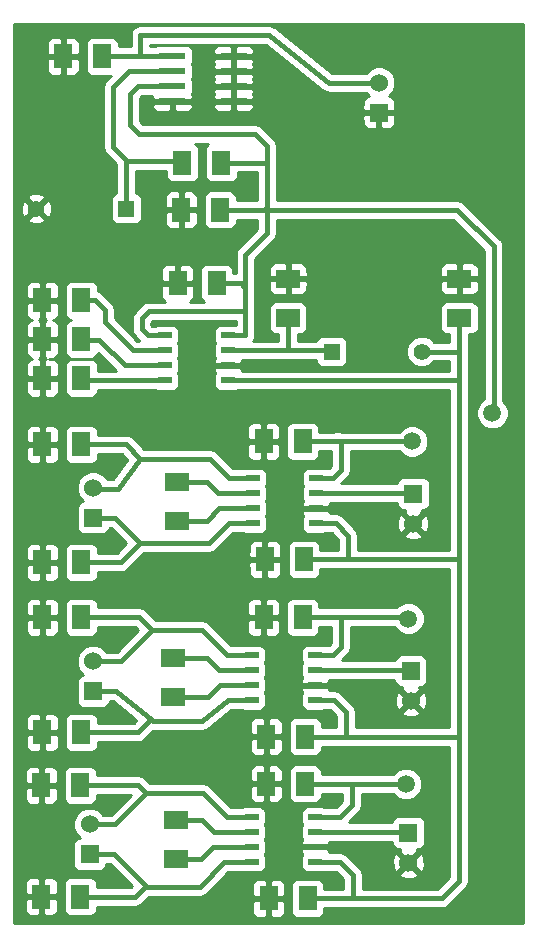
<source format=gtl>
G04 (created by PCBNEW-RS274X (2011-05-25)-stable) date lun 09 dic 2013 14:07:25 CLST*
G01*
G70*
G90*
%MOIN*%
G04 Gerber Fmt 3.4, Leading zero omitted, Abs format*
%FSLAX34Y34*%
G04 APERTURE LIST*
%ADD10C,0.006000*%
%ADD11R,0.045000X0.020000*%
%ADD12R,0.080000X0.060000*%
%ADD13R,0.060000X0.080000*%
%ADD14R,0.060000X0.060000*%
%ADD15C,0.060000*%
%ADD16R,0.055000X0.055000*%
%ADD17C,0.055000*%
%ADD18R,0.086600X0.023600*%
%ADD19C,0.059100*%
%ADD20C,0.015800*%
%ADD21C,0.010000*%
G04 APERTURE END LIST*
G54D10*
G54D11*
X45239Y-48084D03*
X43139Y-48084D03*
X45239Y-48584D03*
X45239Y-49084D03*
X45239Y-49584D03*
X43139Y-48584D03*
X43139Y-49084D03*
X43139Y-49584D03*
X48137Y-58738D03*
X46037Y-58738D03*
X48137Y-59238D03*
X48137Y-59738D03*
X48137Y-60238D03*
X46037Y-59238D03*
X46037Y-59738D03*
X46037Y-60238D03*
X48137Y-64132D03*
X46037Y-64132D03*
X48137Y-64632D03*
X48137Y-65132D03*
X48137Y-65632D03*
X46037Y-64632D03*
X46037Y-65132D03*
X46037Y-65632D03*
X48171Y-52845D03*
X46071Y-52845D03*
X48171Y-53345D03*
X48171Y-53845D03*
X48171Y-54345D03*
X46071Y-53345D03*
X46071Y-53845D03*
X46071Y-54345D03*
G54D12*
X43531Y-52985D03*
X43531Y-54285D03*
G54D13*
X46436Y-51615D03*
X47736Y-51615D03*
X46437Y-57480D03*
X47737Y-57480D03*
X46515Y-63031D03*
X47815Y-63031D03*
X46594Y-66850D03*
X47894Y-66850D03*
X46476Y-55552D03*
X47776Y-55552D03*
X46515Y-61457D03*
X47815Y-61457D03*
G54D12*
X43425Y-58838D03*
X43425Y-60138D03*
X43504Y-64232D03*
X43504Y-65532D03*
X52952Y-46200D03*
X52952Y-47500D03*
G54D13*
X39054Y-46917D03*
X40354Y-46917D03*
X39054Y-48208D03*
X40354Y-48208D03*
X39054Y-49507D03*
X40354Y-49507D03*
G54D12*
X47244Y-46200D03*
X47244Y-47500D03*
G54D13*
X43562Y-46338D03*
X44862Y-46338D03*
X43721Y-42323D03*
X45021Y-42323D03*
X43682Y-43898D03*
X44982Y-43898D03*
X39745Y-38780D03*
X41045Y-38780D03*
G54D14*
X51417Y-53359D03*
G54D15*
X51417Y-54359D03*
G54D14*
X51339Y-59264D03*
G54D15*
X51339Y-60264D03*
G54D14*
X51260Y-64657D03*
G54D15*
X51260Y-65657D03*
G54D14*
X40748Y-59949D03*
G54D15*
X40748Y-58949D03*
G54D14*
X50276Y-40657D03*
G54D15*
X50276Y-39657D03*
G54D14*
X40748Y-54162D03*
G54D15*
X40748Y-53162D03*
G54D14*
X40630Y-65382D03*
G54D15*
X40630Y-64382D03*
G54D16*
X41854Y-43858D03*
G54D17*
X38854Y-43858D03*
G54D16*
X48696Y-48622D03*
G54D17*
X51696Y-48622D03*
G54D18*
X43388Y-38778D03*
X43388Y-39278D03*
X43388Y-39778D03*
X43388Y-40278D03*
X45434Y-40278D03*
X45434Y-39778D03*
X45434Y-39278D03*
X45434Y-38778D03*
G54D13*
X40319Y-63075D03*
X39019Y-63075D03*
X40351Y-57476D03*
X39051Y-57476D03*
X40351Y-51717D03*
X39051Y-51717D03*
X40319Y-66791D03*
X39019Y-66791D03*
X40351Y-61319D03*
X39051Y-61319D03*
X40351Y-55650D03*
X39051Y-55650D03*
G54D19*
X51378Y-51614D03*
X51260Y-57520D03*
X51181Y-63031D03*
X54055Y-50669D03*
G54D20*
X50276Y-39657D02*
X48594Y-39657D01*
X42323Y-38070D02*
X42323Y-38778D01*
X45197Y-38071D02*
X42323Y-38070D01*
X46614Y-38071D02*
X45197Y-38071D01*
X48594Y-39657D02*
X46614Y-38071D01*
X43388Y-38778D02*
X42323Y-38778D01*
X42323Y-38778D02*
X41047Y-38778D01*
X41047Y-38778D02*
X41045Y-38780D01*
X48543Y-51615D02*
X51377Y-51615D01*
X51377Y-51615D02*
X51378Y-51614D01*
X48504Y-57480D02*
X51220Y-57480D01*
X51220Y-57480D02*
X51260Y-57520D01*
X48137Y-64132D02*
X48974Y-64132D01*
X49370Y-63736D02*
X49370Y-63031D01*
X48974Y-64132D02*
X49370Y-63736D01*
X51181Y-63031D02*
X49370Y-63031D01*
X46458Y-43898D02*
X52874Y-43898D01*
X54094Y-50630D02*
X54055Y-50669D01*
X54094Y-50394D02*
X54094Y-50630D01*
X52874Y-43898D02*
X54094Y-45118D01*
X54094Y-45118D02*
X54094Y-50235D01*
X54094Y-50235D02*
X54094Y-50394D01*
X49370Y-63031D02*
X48622Y-63031D01*
X48622Y-63031D02*
X47815Y-63031D01*
X48137Y-58738D02*
X48742Y-58738D01*
X49016Y-57480D02*
X48504Y-57480D01*
X48504Y-57480D02*
X47737Y-57480D01*
X49016Y-57717D02*
X49016Y-57480D01*
X49016Y-58464D02*
X49016Y-57717D01*
X48742Y-58738D02*
X49016Y-58464D01*
X48171Y-52845D02*
X48731Y-52845D01*
X49016Y-51614D02*
X48543Y-51615D01*
X48543Y-51615D02*
X47736Y-51615D01*
X49015Y-51890D02*
X49016Y-51614D01*
X49015Y-52561D02*
X49015Y-51890D01*
X48731Y-52845D02*
X49015Y-52561D01*
X45826Y-46575D02*
X45826Y-45395D01*
X46537Y-44684D02*
X46537Y-43819D01*
X45826Y-45395D02*
X46537Y-44684D01*
X45826Y-47323D02*
X45826Y-46575D01*
X45826Y-46575D02*
X45826Y-46496D01*
X45668Y-46338D02*
X44862Y-46338D01*
X45826Y-46496D02*
X45668Y-46338D01*
X43139Y-48084D02*
X42572Y-48084D01*
X45826Y-47283D02*
X45826Y-47323D01*
X45590Y-47283D02*
X45826Y-47283D01*
X42598Y-47283D02*
X45590Y-47283D01*
X42362Y-47519D02*
X42598Y-47283D01*
X42362Y-47874D02*
X42362Y-47519D01*
X42572Y-48084D02*
X42362Y-47874D01*
X45826Y-47638D02*
X45826Y-47323D01*
X46537Y-42323D02*
X46537Y-43701D01*
X46537Y-43701D02*
X46537Y-43780D01*
X46537Y-43780D02*
X46537Y-43819D01*
X46537Y-43819D02*
X46458Y-43898D01*
X46458Y-43898D02*
X44982Y-43898D01*
X45826Y-47638D02*
X45826Y-48070D01*
X45630Y-48070D02*
X45826Y-48070D01*
X45253Y-48070D02*
X45239Y-48084D01*
X45630Y-48070D02*
X45253Y-48070D01*
X43388Y-39778D02*
X42232Y-39778D01*
X46537Y-41772D02*
X46537Y-42323D01*
X46143Y-41378D02*
X46537Y-41772D01*
X42285Y-41378D02*
X46143Y-41378D01*
X41970Y-41063D02*
X42285Y-41378D01*
X41970Y-40040D02*
X41970Y-41063D01*
X42232Y-39778D02*
X41970Y-40040D01*
X45021Y-42323D02*
X46537Y-42323D01*
X47815Y-61457D02*
X52914Y-61457D01*
X52914Y-61457D02*
X52953Y-61496D01*
X48256Y-61457D02*
X47815Y-61457D01*
X48137Y-65632D02*
X48966Y-65632D01*
X49409Y-66075D02*
X49409Y-66850D01*
X48966Y-65632D02*
X49409Y-66075D01*
X52953Y-61496D02*
X52953Y-66259D01*
X52953Y-66259D02*
X52362Y-66850D01*
X52362Y-66850D02*
X49409Y-66850D01*
X47894Y-66850D02*
X49409Y-66850D01*
X48137Y-60238D02*
X48781Y-60238D01*
X49173Y-60630D02*
X49173Y-61457D01*
X48781Y-60238D02*
X49173Y-60630D01*
X48543Y-61457D02*
X49173Y-61457D01*
X49173Y-61457D02*
X52874Y-61457D01*
X52953Y-61496D02*
X52953Y-61496D01*
X52953Y-57874D02*
X52953Y-61496D01*
X48543Y-61457D02*
X48256Y-61457D01*
X48171Y-54345D02*
X48833Y-54345D01*
X49252Y-54764D02*
X49252Y-55552D01*
X48833Y-54345D02*
X49252Y-54764D01*
X48661Y-55552D02*
X49252Y-55552D01*
X49252Y-55552D02*
X52952Y-55552D01*
X52953Y-55551D02*
X52952Y-55551D01*
X52952Y-55552D02*
X52953Y-55551D01*
X52952Y-49528D02*
X52952Y-55551D01*
X52952Y-55551D02*
X52953Y-57362D01*
X52953Y-57362D02*
X52953Y-57874D01*
X52953Y-57874D02*
X52953Y-57913D01*
X48661Y-55552D02*
X47776Y-55552D01*
X51696Y-48622D02*
X52952Y-48622D01*
X52952Y-47500D02*
X52952Y-48622D01*
X52952Y-48622D02*
X52952Y-49528D01*
X52952Y-49528D02*
X52952Y-49606D01*
X52930Y-49584D02*
X45239Y-49584D01*
X52952Y-49606D02*
X52930Y-49584D01*
X43139Y-48584D02*
X42088Y-48584D01*
X40815Y-46917D02*
X40354Y-46917D01*
X41141Y-47243D02*
X40815Y-46917D01*
X41141Y-47637D02*
X41141Y-47243D01*
X42088Y-48584D02*
X41141Y-47637D01*
X40319Y-63075D02*
X42249Y-63075D01*
X42249Y-63075D02*
X42520Y-63346D01*
X46037Y-64132D02*
X45195Y-64132D01*
X41484Y-64382D02*
X40630Y-64382D01*
X42520Y-63346D02*
X41484Y-64382D01*
X44409Y-63346D02*
X42520Y-63346D01*
X45195Y-64132D02*
X44409Y-63346D01*
X40351Y-61319D02*
X42236Y-61319D01*
X42236Y-61319D02*
X42677Y-60878D01*
X46037Y-60238D02*
X45234Y-60238D01*
X41524Y-59949D02*
X40748Y-59949D01*
X42760Y-60945D02*
X42677Y-60878D01*
X42677Y-60878D02*
X41524Y-59949D01*
X44366Y-60945D02*
X42760Y-60945D01*
X45234Y-60238D02*
X44366Y-60945D01*
X40351Y-55650D02*
X41674Y-55650D01*
X41674Y-55650D02*
X42323Y-55001D01*
X46071Y-54345D02*
X45262Y-54345D01*
X41484Y-54162D02*
X40748Y-54162D01*
X42323Y-55001D02*
X41484Y-54162D01*
X44606Y-55001D02*
X42323Y-55001D01*
X45262Y-54345D02*
X44606Y-55001D01*
X46071Y-53345D02*
X44919Y-53345D01*
X43563Y-52953D02*
X43531Y-52985D01*
X44527Y-52953D02*
X43563Y-52953D01*
X44919Y-53345D02*
X44527Y-52953D01*
X46037Y-65132D02*
X44750Y-65132D01*
X44350Y-65532D02*
X43504Y-65532D01*
X44750Y-65132D02*
X44350Y-65532D01*
X48171Y-53345D02*
X51403Y-53345D01*
X51403Y-53345D02*
X51417Y-53359D01*
X43139Y-49584D02*
X40431Y-49584D01*
X40431Y-49584D02*
X40354Y-49507D01*
X43139Y-49084D02*
X41800Y-49084D01*
X40375Y-48229D02*
X40354Y-48208D01*
X40945Y-48229D02*
X40375Y-48229D01*
X41800Y-49084D02*
X40945Y-48229D01*
X48137Y-59238D02*
X51313Y-59238D01*
X51313Y-59238D02*
X51339Y-59264D01*
X46037Y-59738D02*
X44987Y-59738D01*
X44587Y-60138D02*
X43425Y-60138D01*
X44987Y-59738D02*
X44587Y-60138D01*
X48137Y-64632D02*
X51235Y-64632D01*
X51235Y-64632D02*
X51260Y-64657D01*
X46037Y-59238D02*
X44946Y-59238D01*
X44546Y-58838D02*
X43425Y-58838D01*
X44946Y-59238D02*
X44546Y-58838D01*
X46071Y-53845D02*
X44935Y-53845D01*
X43563Y-54253D02*
X43531Y-54285D01*
X44527Y-54253D02*
X43563Y-54253D01*
X44935Y-53845D02*
X44527Y-54253D01*
X46037Y-64632D02*
X44790Y-64632D01*
X44390Y-64232D02*
X43504Y-64232D01*
X44790Y-64632D02*
X44390Y-64232D01*
X40351Y-57476D02*
X42280Y-57476D01*
X42280Y-57476D02*
X42717Y-57913D01*
X46037Y-58738D02*
X45195Y-58738D01*
X41681Y-58949D02*
X40748Y-58949D01*
X42717Y-57913D02*
X41681Y-58949D01*
X44370Y-57913D02*
X42717Y-57913D01*
X45195Y-58738D02*
X44370Y-57913D01*
X47244Y-48584D02*
X47244Y-47500D01*
X47244Y-48584D02*
X48658Y-48584D01*
X48658Y-48584D02*
X48696Y-48622D01*
X47244Y-48584D02*
X47244Y-48543D01*
X47244Y-48543D02*
X47244Y-48584D01*
X45239Y-48584D02*
X47244Y-48584D01*
X40319Y-66791D02*
X42134Y-66791D01*
X42134Y-66791D02*
X42494Y-66431D01*
X46037Y-65632D02*
X45120Y-65632D01*
X41445Y-65382D02*
X40630Y-65382D01*
X42520Y-66457D02*
X42494Y-66431D01*
X42494Y-66431D02*
X41445Y-65382D01*
X44295Y-66457D02*
X42520Y-66457D01*
X45120Y-65632D02*
X44295Y-66457D01*
X41854Y-43858D02*
X41854Y-42247D01*
X42363Y-42284D02*
X42560Y-42284D01*
X42757Y-42284D02*
X43682Y-42284D01*
X41944Y-39278D02*
X41419Y-39803D01*
X41419Y-39803D02*
X41419Y-41812D01*
X41419Y-41812D02*
X41854Y-42247D01*
X41854Y-42247D02*
X41891Y-42284D01*
X41891Y-42284D02*
X42363Y-42284D01*
X42560Y-42284D02*
X42757Y-42284D01*
X43388Y-39278D02*
X41944Y-39278D01*
X43682Y-42284D02*
X43721Y-42323D01*
X40351Y-51717D02*
X41834Y-51717D01*
X41834Y-51717D02*
X42323Y-52206D01*
X46071Y-52845D02*
X45285Y-52845D01*
X40775Y-53189D02*
X40748Y-53162D01*
X41575Y-53189D02*
X40775Y-53189D01*
X42323Y-52206D02*
X41575Y-53189D01*
X44646Y-52206D02*
X42323Y-52206D01*
X45285Y-52845D02*
X44646Y-52206D01*
G54D10*
G36*
X55069Y-67667D02*
X55039Y-67667D01*
X54599Y-67667D01*
X54599Y-50777D01*
X54599Y-50561D01*
X54516Y-50361D01*
X54423Y-50268D01*
X54423Y-50235D01*
X54423Y-45118D01*
X54398Y-44992D01*
X54327Y-44885D01*
X54324Y-44883D01*
X53107Y-43665D01*
X53000Y-43594D01*
X52874Y-43568D01*
X52869Y-43569D01*
X50826Y-43569D01*
X50826Y-40769D01*
X50764Y-40707D01*
X50326Y-40707D01*
X50326Y-41145D01*
X50388Y-41207D01*
X50527Y-41206D01*
X50626Y-41206D01*
X50717Y-41168D01*
X50787Y-41098D01*
X50825Y-41006D01*
X50826Y-40769D01*
X50826Y-43569D01*
X50226Y-43569D01*
X50226Y-41145D01*
X50226Y-40707D01*
X49788Y-40707D01*
X49726Y-40769D01*
X49727Y-41006D01*
X49765Y-41098D01*
X49835Y-41168D01*
X49926Y-41206D01*
X50025Y-41206D01*
X50164Y-41207D01*
X50226Y-41145D01*
X50226Y-43569D01*
X46866Y-43569D01*
X46866Y-42323D01*
X46866Y-41772D01*
X46841Y-41646D01*
X46770Y-41539D01*
X46767Y-41537D01*
X46376Y-41145D01*
X46269Y-41074D01*
X46143Y-41048D01*
X46138Y-41049D01*
X46117Y-41049D01*
X46117Y-40390D01*
X46117Y-40166D01*
X46116Y-40111D01*
X46081Y-40028D01*
X46116Y-39945D01*
X46117Y-39890D01*
X46117Y-39666D01*
X46116Y-39611D01*
X46081Y-39528D01*
X46116Y-39445D01*
X46117Y-39390D01*
X46117Y-39166D01*
X46116Y-39111D01*
X46081Y-39028D01*
X46116Y-38945D01*
X46117Y-38890D01*
X46117Y-38666D01*
X46116Y-38611D01*
X46078Y-38519D01*
X46008Y-38449D01*
X45917Y-38411D01*
X45818Y-38411D01*
X45546Y-38410D01*
X45484Y-38472D01*
X45484Y-38728D01*
X46055Y-38728D01*
X46117Y-38666D01*
X46117Y-38890D01*
X46055Y-38828D01*
X45484Y-38828D01*
X45484Y-38972D01*
X45484Y-39084D01*
X45484Y-39228D01*
X46055Y-39228D01*
X46117Y-39166D01*
X46117Y-39390D01*
X46055Y-39328D01*
X45484Y-39328D01*
X45484Y-39472D01*
X45484Y-39584D01*
X45484Y-39728D01*
X46055Y-39728D01*
X46117Y-39666D01*
X46117Y-39890D01*
X46055Y-39828D01*
X45484Y-39828D01*
X45484Y-39972D01*
X45484Y-40084D01*
X45484Y-40228D01*
X46055Y-40228D01*
X46117Y-40166D01*
X46117Y-40390D01*
X46055Y-40328D01*
X45484Y-40328D01*
X45484Y-40584D01*
X45546Y-40646D01*
X45818Y-40645D01*
X45917Y-40645D01*
X46008Y-40607D01*
X46078Y-40537D01*
X46116Y-40445D01*
X46117Y-40390D01*
X46117Y-41049D01*
X45384Y-41049D01*
X45384Y-40584D01*
X45384Y-40328D01*
X45384Y-40228D01*
X45384Y-40084D01*
X45384Y-39972D01*
X45384Y-39828D01*
X45384Y-39728D01*
X45384Y-39584D01*
X45384Y-39472D01*
X45384Y-39328D01*
X45384Y-39228D01*
X45384Y-39084D01*
X45384Y-38972D01*
X45384Y-38828D01*
X45384Y-38728D01*
X45384Y-38472D01*
X45322Y-38410D01*
X45050Y-38411D01*
X44951Y-38411D01*
X44860Y-38449D01*
X44790Y-38519D01*
X44752Y-38611D01*
X44751Y-38666D01*
X44813Y-38728D01*
X45384Y-38728D01*
X45384Y-38828D01*
X44813Y-38828D01*
X44751Y-38890D01*
X44752Y-38945D01*
X44786Y-39028D01*
X44752Y-39111D01*
X44751Y-39166D01*
X44813Y-39228D01*
X45384Y-39228D01*
X45384Y-39328D01*
X44813Y-39328D01*
X44751Y-39390D01*
X44752Y-39445D01*
X44786Y-39528D01*
X44752Y-39611D01*
X44751Y-39666D01*
X44813Y-39728D01*
X45384Y-39728D01*
X45384Y-39828D01*
X44813Y-39828D01*
X44751Y-39890D01*
X44752Y-39945D01*
X44786Y-40028D01*
X44752Y-40111D01*
X44751Y-40166D01*
X44813Y-40228D01*
X45384Y-40228D01*
X45384Y-40328D01*
X44813Y-40328D01*
X44751Y-40390D01*
X44752Y-40445D01*
X44790Y-40537D01*
X44860Y-40607D01*
X44951Y-40645D01*
X45050Y-40645D01*
X45322Y-40646D01*
X45384Y-40584D01*
X45384Y-41049D01*
X44071Y-41049D01*
X44071Y-40390D01*
X44009Y-40328D01*
X43438Y-40328D01*
X43438Y-40584D01*
X43500Y-40646D01*
X43772Y-40645D01*
X43871Y-40645D01*
X43962Y-40607D01*
X44032Y-40537D01*
X44070Y-40445D01*
X44071Y-40390D01*
X44071Y-41049D01*
X43338Y-41049D01*
X43338Y-40584D01*
X43338Y-40328D01*
X42767Y-40328D01*
X42705Y-40390D01*
X42706Y-40445D01*
X42744Y-40537D01*
X42814Y-40607D01*
X42905Y-40645D01*
X43004Y-40645D01*
X43276Y-40646D01*
X43338Y-40584D01*
X43338Y-41049D01*
X42421Y-41049D01*
X42299Y-40926D01*
X42299Y-40176D01*
X42368Y-40107D01*
X42707Y-40107D01*
X42706Y-40111D01*
X42705Y-40166D01*
X42767Y-40228D01*
X43288Y-40228D01*
X43338Y-40228D01*
X43438Y-40228D01*
X43488Y-40228D01*
X44009Y-40228D01*
X44071Y-40166D01*
X44070Y-40111D01*
X44035Y-40028D01*
X44070Y-39946D01*
X44070Y-39847D01*
X44070Y-39611D01*
X44035Y-39528D01*
X44070Y-39446D01*
X44070Y-39347D01*
X44070Y-39111D01*
X44035Y-39028D01*
X44070Y-38946D01*
X44070Y-38847D01*
X44070Y-38611D01*
X44032Y-38519D01*
X43962Y-38449D01*
X43871Y-38411D01*
X43772Y-38411D01*
X42906Y-38411D01*
X42814Y-38449D01*
X42652Y-38449D01*
X42652Y-38399D01*
X45191Y-38399D01*
X45197Y-38400D01*
X46497Y-38400D01*
X48387Y-39913D01*
X48428Y-39935D01*
X48468Y-39961D01*
X48484Y-39964D01*
X48501Y-39973D01*
X48549Y-39977D01*
X48594Y-39986D01*
X49829Y-39986D01*
X49951Y-40108D01*
X49926Y-40108D01*
X49835Y-40146D01*
X49765Y-40216D01*
X49727Y-40308D01*
X49726Y-40545D01*
X49788Y-40607D01*
X50176Y-40607D01*
X50226Y-40607D01*
X50326Y-40607D01*
X50376Y-40607D01*
X50764Y-40607D01*
X50826Y-40545D01*
X50825Y-40308D01*
X50787Y-40216D01*
X50717Y-40146D01*
X50626Y-40108D01*
X50601Y-40108D01*
X50741Y-39968D01*
X50825Y-39766D01*
X50825Y-39548D01*
X50741Y-39346D01*
X50587Y-39192D01*
X50385Y-39108D01*
X50167Y-39108D01*
X49965Y-39192D01*
X49829Y-39328D01*
X48709Y-39328D01*
X46820Y-37814D01*
X46778Y-37792D01*
X46740Y-37767D01*
X46722Y-37763D01*
X46706Y-37755D01*
X46655Y-37750D01*
X46614Y-37742D01*
X45202Y-37742D01*
X45197Y-37741D01*
X42323Y-37741D01*
X42197Y-37766D01*
X42090Y-37837D01*
X42019Y-37944D01*
X41994Y-38070D01*
X41994Y-38449D01*
X41594Y-38449D01*
X41594Y-38331D01*
X41556Y-38239D01*
X41486Y-38169D01*
X41395Y-38131D01*
X41296Y-38131D01*
X40696Y-38131D01*
X40604Y-38169D01*
X40534Y-38239D01*
X40496Y-38330D01*
X40496Y-38429D01*
X40496Y-39229D01*
X40534Y-39321D01*
X40604Y-39391D01*
X40695Y-39429D01*
X40794Y-39429D01*
X41327Y-39429D01*
X41186Y-39570D01*
X41115Y-39677D01*
X41089Y-39803D01*
X41090Y-39807D01*
X41090Y-41807D01*
X41089Y-41812D01*
X41115Y-41938D01*
X41186Y-42045D01*
X41525Y-42384D01*
X41525Y-43336D01*
X41438Y-43372D01*
X41368Y-43442D01*
X41330Y-43533D01*
X41330Y-43632D01*
X41330Y-44182D01*
X41368Y-44274D01*
X41438Y-44344D01*
X41529Y-44382D01*
X41628Y-44382D01*
X42178Y-44382D01*
X42270Y-44344D01*
X42340Y-44274D01*
X42378Y-44183D01*
X42378Y-44084D01*
X42378Y-43534D01*
X42340Y-43442D01*
X42270Y-43372D01*
X42183Y-43335D01*
X42183Y-42613D01*
X42363Y-42613D01*
X42560Y-42613D01*
X42757Y-42613D01*
X43172Y-42613D01*
X43172Y-42772D01*
X43210Y-42864D01*
X43280Y-42934D01*
X43371Y-42972D01*
X43470Y-42972D01*
X44070Y-42972D01*
X44162Y-42934D01*
X44232Y-42864D01*
X44270Y-42773D01*
X44270Y-42674D01*
X44270Y-41874D01*
X44232Y-41782D01*
X44162Y-41712D01*
X44150Y-41707D01*
X44592Y-41707D01*
X44580Y-41712D01*
X44510Y-41782D01*
X44472Y-41873D01*
X44472Y-41972D01*
X44472Y-42772D01*
X44510Y-42864D01*
X44580Y-42934D01*
X44671Y-42972D01*
X44770Y-42972D01*
X45370Y-42972D01*
X45462Y-42934D01*
X45532Y-42864D01*
X45570Y-42773D01*
X45570Y-42674D01*
X45570Y-42652D01*
X46208Y-42652D01*
X46208Y-43569D01*
X45531Y-43569D01*
X45531Y-43449D01*
X45493Y-43357D01*
X45423Y-43287D01*
X45332Y-43249D01*
X45233Y-43249D01*
X44633Y-43249D01*
X44541Y-43287D01*
X44471Y-43357D01*
X44433Y-43448D01*
X44433Y-43547D01*
X44433Y-44347D01*
X44471Y-44439D01*
X44541Y-44509D01*
X44632Y-44547D01*
X44731Y-44547D01*
X45331Y-44547D01*
X45423Y-44509D01*
X45493Y-44439D01*
X45531Y-44348D01*
X45531Y-44249D01*
X45531Y-44227D01*
X46208Y-44227D01*
X46208Y-44547D01*
X45593Y-45162D01*
X45522Y-45269D01*
X45496Y-45395D01*
X45497Y-45399D01*
X45497Y-46009D01*
X45411Y-46009D01*
X45411Y-45889D01*
X45373Y-45797D01*
X45303Y-45727D01*
X45212Y-45689D01*
X45113Y-45689D01*
X44513Y-45689D01*
X44421Y-45727D01*
X44351Y-45797D01*
X44313Y-45888D01*
X44313Y-45987D01*
X44313Y-46787D01*
X44351Y-46879D01*
X44421Y-46949D01*
X44432Y-46954D01*
X44232Y-46954D01*
X44232Y-44010D01*
X44232Y-43786D01*
X44231Y-43547D01*
X44231Y-43448D01*
X44193Y-43357D01*
X44123Y-43287D01*
X44031Y-43249D01*
X43794Y-43248D01*
X43732Y-43310D01*
X43732Y-43848D01*
X44170Y-43848D01*
X44232Y-43786D01*
X44232Y-44010D01*
X44170Y-43948D01*
X43732Y-43948D01*
X43732Y-44486D01*
X43794Y-44548D01*
X44031Y-44547D01*
X44123Y-44509D01*
X44193Y-44439D01*
X44231Y-44348D01*
X44231Y-44249D01*
X44232Y-44010D01*
X44232Y-46954D01*
X43990Y-46954D01*
X44003Y-46949D01*
X44073Y-46879D01*
X44111Y-46788D01*
X44111Y-46689D01*
X44112Y-46450D01*
X44112Y-46226D01*
X44111Y-45987D01*
X44111Y-45888D01*
X44073Y-45797D01*
X44003Y-45727D01*
X43911Y-45689D01*
X43674Y-45688D01*
X43632Y-45730D01*
X43632Y-44486D01*
X43632Y-43948D01*
X43632Y-43848D01*
X43632Y-43310D01*
X43570Y-43248D01*
X43333Y-43249D01*
X43241Y-43287D01*
X43171Y-43357D01*
X43133Y-43448D01*
X43133Y-43547D01*
X43132Y-43786D01*
X43194Y-43848D01*
X43632Y-43848D01*
X43632Y-43948D01*
X43194Y-43948D01*
X43132Y-44010D01*
X43133Y-44249D01*
X43133Y-44348D01*
X43171Y-44439D01*
X43241Y-44509D01*
X43333Y-44547D01*
X43570Y-44548D01*
X43632Y-44486D01*
X43632Y-45730D01*
X43612Y-45750D01*
X43612Y-46288D01*
X44050Y-46288D01*
X44112Y-46226D01*
X44112Y-46450D01*
X44050Y-46388D01*
X43662Y-46388D01*
X43612Y-46388D01*
X43512Y-46388D01*
X43512Y-46288D01*
X43512Y-45750D01*
X43450Y-45688D01*
X43213Y-45689D01*
X43121Y-45727D01*
X43051Y-45797D01*
X43013Y-45888D01*
X43013Y-45987D01*
X43012Y-46226D01*
X43074Y-46288D01*
X43512Y-46288D01*
X43512Y-46388D01*
X43462Y-46388D01*
X43074Y-46388D01*
X43012Y-46450D01*
X43013Y-46689D01*
X43013Y-46788D01*
X43051Y-46879D01*
X43121Y-46949D01*
X43133Y-46954D01*
X42598Y-46954D01*
X42597Y-46954D01*
X42472Y-46979D01*
X42365Y-47050D01*
X42363Y-47052D01*
X42129Y-47286D01*
X42058Y-47393D01*
X42032Y-47519D01*
X42033Y-47523D01*
X42033Y-47869D01*
X42032Y-47874D01*
X42058Y-48000D01*
X42129Y-48107D01*
X42277Y-48255D01*
X42224Y-48255D01*
X41470Y-47500D01*
X41470Y-47243D01*
X41445Y-47117D01*
X41374Y-47010D01*
X41048Y-46684D01*
X40941Y-46613D01*
X40903Y-46605D01*
X40903Y-46468D01*
X40865Y-46376D01*
X40795Y-46306D01*
X40704Y-46268D01*
X40605Y-46268D01*
X40295Y-46268D01*
X40295Y-38892D01*
X40295Y-38668D01*
X40294Y-38429D01*
X40294Y-38330D01*
X40256Y-38239D01*
X40186Y-38169D01*
X40094Y-38131D01*
X39857Y-38130D01*
X39795Y-38192D01*
X39795Y-38730D01*
X40233Y-38730D01*
X40295Y-38668D01*
X40295Y-38892D01*
X40233Y-38830D01*
X39795Y-38830D01*
X39795Y-39368D01*
X39857Y-39430D01*
X40094Y-39429D01*
X40186Y-39391D01*
X40256Y-39321D01*
X40294Y-39230D01*
X40294Y-39131D01*
X40295Y-38892D01*
X40295Y-46268D01*
X40005Y-46268D01*
X39913Y-46306D01*
X39843Y-46376D01*
X39805Y-46467D01*
X39805Y-46566D01*
X39805Y-47366D01*
X39843Y-47458D01*
X39913Y-47528D01*
X39996Y-47562D01*
X39913Y-47597D01*
X39843Y-47667D01*
X39805Y-47758D01*
X39805Y-47857D01*
X39805Y-48657D01*
X39843Y-48749D01*
X39913Y-48819D01*
X40004Y-48857D01*
X40103Y-48857D01*
X40703Y-48857D01*
X40795Y-48819D01*
X40865Y-48749D01*
X40903Y-48658D01*
X40903Y-48653D01*
X41505Y-49255D01*
X40903Y-49255D01*
X40903Y-49058D01*
X40865Y-48966D01*
X40795Y-48896D01*
X40704Y-48858D01*
X40605Y-48858D01*
X40005Y-48858D01*
X39913Y-48896D01*
X39843Y-48966D01*
X39805Y-49057D01*
X39805Y-49156D01*
X39805Y-49956D01*
X39843Y-50048D01*
X39913Y-50118D01*
X40004Y-50156D01*
X40103Y-50156D01*
X40703Y-50156D01*
X40795Y-50118D01*
X40865Y-50048D01*
X40903Y-49957D01*
X40903Y-49913D01*
X42816Y-49913D01*
X42864Y-49933D01*
X42963Y-49933D01*
X43413Y-49933D01*
X43505Y-49895D01*
X43575Y-49825D01*
X43613Y-49734D01*
X43613Y-49635D01*
X43613Y-49435D01*
X43575Y-49343D01*
X43566Y-49334D01*
X43575Y-49325D01*
X43613Y-49234D01*
X43613Y-49135D01*
X43613Y-48935D01*
X43575Y-48843D01*
X43566Y-48834D01*
X43575Y-48825D01*
X43613Y-48734D01*
X43613Y-48635D01*
X43613Y-48435D01*
X43575Y-48343D01*
X43566Y-48334D01*
X43575Y-48325D01*
X43613Y-48234D01*
X43613Y-48135D01*
X43613Y-47935D01*
X43575Y-47843D01*
X43505Y-47773D01*
X43414Y-47735D01*
X43315Y-47735D01*
X42865Y-47735D01*
X42816Y-47755D01*
X42708Y-47755D01*
X42691Y-47737D01*
X42691Y-47655D01*
X42734Y-47612D01*
X45497Y-47612D01*
X45497Y-47638D01*
X45497Y-47735D01*
X45415Y-47735D01*
X44965Y-47735D01*
X44873Y-47773D01*
X44803Y-47843D01*
X44765Y-47934D01*
X44765Y-48033D01*
X44765Y-48233D01*
X44803Y-48325D01*
X44812Y-48334D01*
X44803Y-48343D01*
X44765Y-48434D01*
X44765Y-48533D01*
X44765Y-48733D01*
X44803Y-48825D01*
X44812Y-48834D01*
X44803Y-48843D01*
X44765Y-48935D01*
X44764Y-48972D01*
X44826Y-49034D01*
X45139Y-49034D01*
X45189Y-49034D01*
X45289Y-49034D01*
X45339Y-49034D01*
X45652Y-49034D01*
X45714Y-48972D01*
X45713Y-48935D01*
X45703Y-48913D01*
X47244Y-48913D01*
X48172Y-48913D01*
X48172Y-48946D01*
X48210Y-49038D01*
X48280Y-49108D01*
X48371Y-49146D01*
X48470Y-49146D01*
X49020Y-49146D01*
X49112Y-49108D01*
X49182Y-49038D01*
X49220Y-48947D01*
X49220Y-48848D01*
X49220Y-48298D01*
X49182Y-48206D01*
X49112Y-48136D01*
X49021Y-48098D01*
X48922Y-48098D01*
X48372Y-48098D01*
X48280Y-48136D01*
X48210Y-48206D01*
X48189Y-48255D01*
X47894Y-48255D01*
X47894Y-46312D01*
X47894Y-46088D01*
X47893Y-45851D01*
X47855Y-45759D01*
X47785Y-45689D01*
X47694Y-45651D01*
X47595Y-45651D01*
X47356Y-45650D01*
X47294Y-45712D01*
X47294Y-46150D01*
X47832Y-46150D01*
X47894Y-46088D01*
X47894Y-46312D01*
X47832Y-46250D01*
X47294Y-46250D01*
X47294Y-46688D01*
X47356Y-46750D01*
X47595Y-46749D01*
X47694Y-46749D01*
X47785Y-46711D01*
X47855Y-46641D01*
X47893Y-46549D01*
X47894Y-46312D01*
X47894Y-48255D01*
X47573Y-48255D01*
X47573Y-48049D01*
X47693Y-48049D01*
X47785Y-48011D01*
X47855Y-47941D01*
X47893Y-47850D01*
X47893Y-47751D01*
X47893Y-47151D01*
X47855Y-47059D01*
X47785Y-46989D01*
X47694Y-46951D01*
X47595Y-46951D01*
X47194Y-46951D01*
X47194Y-46688D01*
X47194Y-46250D01*
X47194Y-46150D01*
X47194Y-45712D01*
X47132Y-45650D01*
X46893Y-45651D01*
X46794Y-45651D01*
X46703Y-45689D01*
X46633Y-45759D01*
X46595Y-45851D01*
X46594Y-46088D01*
X46656Y-46150D01*
X47194Y-46150D01*
X47194Y-46250D01*
X46656Y-46250D01*
X46594Y-46312D01*
X46595Y-46549D01*
X46633Y-46641D01*
X46703Y-46711D01*
X46794Y-46749D01*
X46893Y-46749D01*
X47132Y-46750D01*
X47194Y-46688D01*
X47194Y-46951D01*
X46795Y-46951D01*
X46703Y-46989D01*
X46633Y-47059D01*
X46595Y-47150D01*
X46595Y-47249D01*
X46595Y-47849D01*
X46633Y-47941D01*
X46703Y-48011D01*
X46794Y-48049D01*
X46893Y-48049D01*
X46915Y-48049D01*
X46915Y-48255D01*
X46090Y-48255D01*
X46130Y-48196D01*
X46155Y-48070D01*
X46155Y-47638D01*
X46155Y-47323D01*
X46155Y-47283D01*
X46155Y-46575D01*
X46155Y-46496D01*
X46155Y-45531D01*
X46767Y-44918D01*
X46769Y-44917D01*
X46770Y-44917D01*
X46841Y-44810D01*
X46866Y-44684D01*
X46866Y-44227D01*
X52737Y-44227D01*
X53765Y-45254D01*
X53765Y-50200D01*
X53747Y-50208D01*
X53602Y-50353D01*
X53602Y-46312D01*
X53602Y-46088D01*
X53601Y-45851D01*
X53563Y-45759D01*
X53493Y-45689D01*
X53402Y-45651D01*
X53303Y-45651D01*
X53064Y-45650D01*
X53002Y-45712D01*
X53002Y-46150D01*
X53540Y-46150D01*
X53602Y-46088D01*
X53602Y-46312D01*
X53540Y-46250D01*
X53002Y-46250D01*
X53002Y-46688D01*
X53064Y-46750D01*
X53303Y-46749D01*
X53402Y-46749D01*
X53493Y-46711D01*
X53563Y-46641D01*
X53601Y-46549D01*
X53602Y-46312D01*
X53602Y-50353D01*
X53601Y-50354D01*
X53601Y-47850D01*
X53601Y-47751D01*
X53601Y-47151D01*
X53563Y-47059D01*
X53493Y-46989D01*
X53402Y-46951D01*
X53303Y-46951D01*
X52902Y-46951D01*
X52902Y-46688D01*
X52902Y-46250D01*
X52902Y-46150D01*
X52902Y-45712D01*
X52840Y-45650D01*
X52601Y-45651D01*
X52502Y-45651D01*
X52411Y-45689D01*
X52341Y-45759D01*
X52303Y-45851D01*
X52302Y-46088D01*
X52364Y-46150D01*
X52902Y-46150D01*
X52902Y-46250D01*
X52364Y-46250D01*
X52302Y-46312D01*
X52303Y-46549D01*
X52341Y-46641D01*
X52411Y-46711D01*
X52502Y-46749D01*
X52601Y-46749D01*
X52840Y-46750D01*
X52902Y-46688D01*
X52902Y-46951D01*
X52503Y-46951D01*
X52411Y-46989D01*
X52341Y-47059D01*
X52303Y-47150D01*
X52303Y-47249D01*
X52303Y-47849D01*
X52341Y-47941D01*
X52411Y-48011D01*
X52502Y-48049D01*
X52601Y-48049D01*
X52623Y-48049D01*
X52623Y-48293D01*
X52109Y-48293D01*
X51994Y-48177D01*
X51801Y-48097D01*
X51592Y-48097D01*
X51399Y-48177D01*
X51251Y-48324D01*
X51171Y-48517D01*
X51171Y-48726D01*
X51251Y-48919D01*
X51398Y-49067D01*
X51591Y-49147D01*
X51800Y-49147D01*
X51993Y-49067D01*
X52109Y-48951D01*
X52623Y-48951D01*
X52623Y-49255D01*
X45703Y-49255D01*
X45713Y-49233D01*
X45714Y-49196D01*
X45652Y-49134D01*
X45339Y-49134D01*
X45289Y-49134D01*
X45189Y-49134D01*
X45139Y-49134D01*
X44826Y-49134D01*
X44764Y-49196D01*
X44765Y-49233D01*
X44803Y-49325D01*
X44812Y-49334D01*
X44803Y-49343D01*
X44765Y-49434D01*
X44765Y-49533D01*
X44765Y-49733D01*
X44803Y-49825D01*
X44873Y-49895D01*
X44964Y-49933D01*
X45063Y-49933D01*
X45513Y-49933D01*
X45561Y-49913D01*
X52623Y-49913D01*
X52623Y-55223D01*
X51966Y-55223D01*
X51966Y-53709D01*
X51966Y-53610D01*
X51966Y-53010D01*
X51928Y-52918D01*
X51858Y-52848D01*
X51767Y-52810D01*
X51668Y-52810D01*
X51068Y-52810D01*
X50976Y-52848D01*
X50906Y-52918D01*
X50868Y-53009D01*
X50868Y-53016D01*
X49025Y-53016D01*
X49245Y-52795D01*
X49247Y-52794D01*
X49248Y-52794D01*
X49319Y-52687D01*
X49344Y-52561D01*
X49344Y-51944D01*
X50939Y-51944D01*
X51070Y-52075D01*
X51270Y-52158D01*
X51486Y-52158D01*
X51686Y-52075D01*
X51839Y-51922D01*
X51922Y-51722D01*
X51922Y-51506D01*
X51839Y-51306D01*
X51686Y-51153D01*
X51486Y-51070D01*
X51270Y-51070D01*
X51070Y-51153D01*
X50937Y-51286D01*
X49022Y-51286D01*
X49017Y-51285D01*
X49016Y-51285D01*
X49015Y-51285D01*
X48542Y-51286D01*
X48285Y-51286D01*
X48285Y-51166D01*
X48247Y-51074D01*
X48177Y-51004D01*
X48086Y-50966D01*
X47987Y-50966D01*
X47387Y-50966D01*
X47295Y-51004D01*
X47225Y-51074D01*
X47187Y-51165D01*
X47187Y-51264D01*
X47187Y-52064D01*
X47225Y-52156D01*
X47295Y-52226D01*
X47386Y-52264D01*
X47485Y-52264D01*
X48085Y-52264D01*
X48177Y-52226D01*
X48247Y-52156D01*
X48285Y-52065D01*
X48285Y-51966D01*
X48285Y-51944D01*
X48543Y-51944D01*
X48544Y-51944D01*
X48686Y-51944D01*
X48686Y-52424D01*
X48594Y-52516D01*
X48493Y-52516D01*
X48446Y-52496D01*
X48347Y-52496D01*
X47897Y-52496D01*
X47805Y-52534D01*
X47735Y-52604D01*
X47697Y-52695D01*
X47697Y-52794D01*
X47697Y-52994D01*
X47735Y-53086D01*
X47744Y-53095D01*
X47735Y-53104D01*
X47697Y-53195D01*
X47697Y-53294D01*
X47697Y-53494D01*
X47735Y-53586D01*
X47744Y-53595D01*
X47735Y-53604D01*
X47697Y-53696D01*
X47696Y-53733D01*
X47758Y-53795D01*
X48071Y-53795D01*
X48121Y-53795D01*
X48221Y-53795D01*
X48271Y-53795D01*
X48584Y-53795D01*
X48646Y-53733D01*
X48645Y-53696D01*
X48635Y-53674D01*
X50868Y-53674D01*
X50868Y-53708D01*
X50906Y-53800D01*
X50976Y-53870D01*
X51067Y-53908D01*
X51129Y-53908D01*
X51109Y-53981D01*
X51417Y-54288D01*
X51725Y-53981D01*
X51704Y-53908D01*
X51766Y-53908D01*
X51858Y-53870D01*
X51928Y-53800D01*
X51966Y-53709D01*
X51966Y-55223D01*
X51960Y-55223D01*
X51960Y-54438D01*
X51949Y-54225D01*
X51889Y-54078D01*
X51795Y-54051D01*
X51488Y-54359D01*
X51795Y-54667D01*
X51889Y-54640D01*
X51960Y-54438D01*
X51960Y-55223D01*
X51725Y-55223D01*
X51725Y-54737D01*
X51417Y-54430D01*
X51346Y-54500D01*
X51346Y-54359D01*
X51039Y-54051D01*
X50945Y-54078D01*
X50874Y-54280D01*
X50885Y-54493D01*
X50945Y-54640D01*
X51039Y-54667D01*
X51346Y-54359D01*
X51346Y-54500D01*
X51109Y-54737D01*
X51136Y-54831D01*
X51338Y-54902D01*
X51551Y-54891D01*
X51698Y-54831D01*
X51725Y-54737D01*
X51725Y-55223D01*
X49581Y-55223D01*
X49581Y-54764D01*
X49556Y-54638D01*
X49485Y-54531D01*
X49482Y-54529D01*
X49066Y-54112D01*
X48959Y-54041D01*
X48833Y-54015D01*
X48828Y-54016D01*
X48635Y-54016D01*
X48645Y-53994D01*
X48646Y-53957D01*
X48584Y-53895D01*
X48271Y-53895D01*
X48221Y-53895D01*
X48121Y-53895D01*
X48071Y-53895D01*
X47758Y-53895D01*
X47696Y-53957D01*
X47697Y-53994D01*
X47735Y-54086D01*
X47744Y-54095D01*
X47735Y-54104D01*
X47697Y-54195D01*
X47697Y-54294D01*
X47697Y-54494D01*
X47735Y-54586D01*
X47805Y-54656D01*
X47896Y-54694D01*
X47995Y-54694D01*
X48445Y-54694D01*
X48493Y-54674D01*
X48696Y-54674D01*
X48923Y-54900D01*
X48923Y-55223D01*
X48661Y-55223D01*
X48325Y-55223D01*
X48325Y-55103D01*
X48287Y-55011D01*
X48217Y-54941D01*
X48126Y-54903D01*
X48027Y-54903D01*
X47427Y-54903D01*
X47335Y-54941D01*
X47265Y-55011D01*
X47227Y-55102D01*
X47227Y-55201D01*
X47227Y-56001D01*
X47265Y-56093D01*
X47335Y-56163D01*
X47426Y-56201D01*
X47525Y-56201D01*
X48125Y-56201D01*
X48217Y-56163D01*
X48287Y-56093D01*
X48325Y-56002D01*
X48325Y-55903D01*
X48325Y-55881D01*
X48661Y-55881D01*
X49252Y-55881D01*
X52623Y-55881D01*
X52623Y-57362D01*
X52624Y-57367D01*
X52624Y-57874D01*
X52624Y-57913D01*
X52624Y-61128D01*
X51888Y-61128D01*
X51888Y-59614D01*
X51888Y-59515D01*
X51888Y-58915D01*
X51850Y-58823D01*
X51780Y-58753D01*
X51689Y-58715D01*
X51590Y-58715D01*
X50990Y-58715D01*
X50898Y-58753D01*
X50828Y-58823D01*
X50792Y-58909D01*
X49036Y-58909D01*
X49246Y-58698D01*
X49248Y-58697D01*
X49249Y-58697D01*
X49320Y-58590D01*
X49345Y-58464D01*
X49345Y-57809D01*
X50791Y-57809D01*
X50799Y-57828D01*
X50952Y-57981D01*
X51152Y-58064D01*
X51368Y-58064D01*
X51568Y-57981D01*
X51721Y-57828D01*
X51804Y-57628D01*
X51804Y-57412D01*
X51721Y-57212D01*
X51568Y-57059D01*
X51368Y-56976D01*
X51152Y-56976D01*
X50952Y-57059D01*
X50860Y-57151D01*
X49016Y-57151D01*
X48504Y-57151D01*
X48286Y-57151D01*
X48286Y-57031D01*
X48248Y-56939D01*
X48178Y-56869D01*
X48087Y-56831D01*
X47988Y-56831D01*
X47388Y-56831D01*
X47296Y-56869D01*
X47226Y-56939D01*
X47188Y-57030D01*
X47188Y-57129D01*
X47188Y-57929D01*
X47226Y-58021D01*
X47296Y-58091D01*
X47387Y-58129D01*
X47486Y-58129D01*
X48086Y-58129D01*
X48178Y-58091D01*
X48248Y-58021D01*
X48286Y-57930D01*
X48286Y-57831D01*
X48286Y-57809D01*
X48504Y-57809D01*
X48687Y-57809D01*
X48687Y-58327D01*
X48605Y-58409D01*
X48459Y-58409D01*
X48412Y-58389D01*
X48313Y-58389D01*
X47863Y-58389D01*
X47771Y-58427D01*
X47701Y-58497D01*
X47663Y-58588D01*
X47663Y-58687D01*
X47663Y-58887D01*
X47701Y-58979D01*
X47710Y-58988D01*
X47701Y-58997D01*
X47663Y-59088D01*
X47663Y-59187D01*
X47663Y-59387D01*
X47701Y-59479D01*
X47710Y-59488D01*
X47701Y-59497D01*
X47663Y-59589D01*
X47662Y-59626D01*
X47724Y-59688D01*
X48037Y-59688D01*
X48087Y-59688D01*
X48187Y-59688D01*
X48237Y-59688D01*
X48550Y-59688D01*
X48612Y-59626D01*
X48611Y-59589D01*
X48601Y-59567D01*
X50790Y-59567D01*
X50790Y-59613D01*
X50828Y-59705D01*
X50898Y-59775D01*
X50989Y-59813D01*
X51051Y-59813D01*
X51031Y-59886D01*
X51339Y-60193D01*
X51647Y-59886D01*
X51626Y-59813D01*
X51688Y-59813D01*
X51780Y-59775D01*
X51850Y-59705D01*
X51888Y-59614D01*
X51888Y-61128D01*
X51882Y-61128D01*
X51882Y-60343D01*
X51871Y-60130D01*
X51811Y-59983D01*
X51717Y-59956D01*
X51410Y-60264D01*
X51717Y-60572D01*
X51811Y-60545D01*
X51882Y-60343D01*
X51882Y-61128D01*
X51647Y-61128D01*
X51647Y-60642D01*
X51339Y-60335D01*
X51268Y-60405D01*
X51268Y-60264D01*
X50961Y-59956D01*
X50867Y-59983D01*
X50796Y-60185D01*
X50807Y-60398D01*
X50867Y-60545D01*
X50961Y-60572D01*
X51268Y-60264D01*
X51268Y-60405D01*
X51031Y-60642D01*
X51058Y-60736D01*
X51260Y-60807D01*
X51473Y-60796D01*
X51620Y-60736D01*
X51647Y-60642D01*
X51647Y-61128D01*
X49502Y-61128D01*
X49502Y-60630D01*
X49477Y-60504D01*
X49406Y-60397D01*
X49403Y-60395D01*
X49014Y-60005D01*
X48907Y-59934D01*
X48781Y-59908D01*
X48776Y-59909D01*
X48601Y-59909D01*
X48611Y-59887D01*
X48612Y-59850D01*
X48550Y-59788D01*
X48237Y-59788D01*
X48187Y-59788D01*
X48087Y-59788D01*
X48037Y-59788D01*
X47724Y-59788D01*
X47662Y-59850D01*
X47663Y-59887D01*
X47701Y-59979D01*
X47710Y-59988D01*
X47701Y-59997D01*
X47663Y-60088D01*
X47663Y-60187D01*
X47663Y-60387D01*
X47701Y-60479D01*
X47771Y-60549D01*
X47862Y-60587D01*
X47961Y-60587D01*
X48411Y-60587D01*
X48459Y-60567D01*
X48644Y-60567D01*
X48844Y-60766D01*
X48844Y-61128D01*
X48543Y-61128D01*
X48364Y-61128D01*
X48364Y-61008D01*
X48326Y-60916D01*
X48256Y-60846D01*
X48165Y-60808D01*
X48066Y-60808D01*
X47466Y-60808D01*
X47374Y-60846D01*
X47304Y-60916D01*
X47266Y-61007D01*
X47266Y-61106D01*
X47266Y-61906D01*
X47304Y-61998D01*
X47374Y-62068D01*
X47465Y-62106D01*
X47564Y-62106D01*
X48164Y-62106D01*
X48256Y-62068D01*
X48326Y-61998D01*
X48364Y-61907D01*
X48364Y-61808D01*
X48364Y-61786D01*
X48543Y-61786D01*
X49173Y-61786D01*
X52624Y-61786D01*
X52624Y-66122D01*
X52225Y-66521D01*
X51809Y-66521D01*
X51809Y-65007D01*
X51809Y-64908D01*
X51809Y-64308D01*
X51771Y-64216D01*
X51701Y-64146D01*
X51610Y-64108D01*
X51511Y-64108D01*
X50911Y-64108D01*
X50819Y-64146D01*
X50749Y-64216D01*
X50712Y-64303D01*
X49269Y-64303D01*
X49603Y-63969D01*
X49674Y-63862D01*
X49699Y-63736D01*
X49699Y-63360D01*
X50741Y-63360D01*
X50873Y-63492D01*
X51073Y-63575D01*
X51289Y-63575D01*
X51489Y-63492D01*
X51642Y-63339D01*
X51725Y-63139D01*
X51725Y-62923D01*
X51642Y-62723D01*
X51489Y-62570D01*
X51289Y-62487D01*
X51073Y-62487D01*
X50873Y-62570D01*
X50741Y-62702D01*
X49370Y-62702D01*
X48622Y-62702D01*
X48364Y-62702D01*
X48364Y-62582D01*
X48326Y-62490D01*
X48256Y-62420D01*
X48165Y-62382D01*
X48066Y-62382D01*
X47466Y-62382D01*
X47374Y-62420D01*
X47304Y-62490D01*
X47266Y-62581D01*
X47266Y-62680D01*
X47266Y-63480D01*
X47304Y-63572D01*
X47374Y-63642D01*
X47465Y-63680D01*
X47564Y-63680D01*
X48164Y-63680D01*
X48256Y-63642D01*
X48326Y-63572D01*
X48364Y-63481D01*
X48364Y-63382D01*
X48364Y-63360D01*
X48622Y-63360D01*
X49041Y-63360D01*
X49041Y-63599D01*
X48837Y-63803D01*
X48459Y-63803D01*
X48412Y-63783D01*
X48313Y-63783D01*
X47863Y-63783D01*
X47771Y-63821D01*
X47701Y-63891D01*
X47663Y-63982D01*
X47663Y-64081D01*
X47663Y-64281D01*
X47701Y-64373D01*
X47710Y-64382D01*
X47701Y-64391D01*
X47663Y-64482D01*
X47663Y-64581D01*
X47663Y-64781D01*
X47701Y-64873D01*
X47710Y-64882D01*
X47701Y-64891D01*
X47663Y-64983D01*
X47662Y-65020D01*
X47724Y-65082D01*
X48037Y-65082D01*
X48087Y-65082D01*
X48187Y-65082D01*
X48237Y-65082D01*
X48550Y-65082D01*
X48612Y-65020D01*
X48611Y-64983D01*
X48601Y-64961D01*
X50711Y-64961D01*
X50711Y-65006D01*
X50749Y-65098D01*
X50819Y-65168D01*
X50910Y-65206D01*
X50972Y-65206D01*
X50952Y-65279D01*
X51260Y-65586D01*
X51568Y-65279D01*
X51547Y-65206D01*
X51609Y-65206D01*
X51701Y-65168D01*
X51771Y-65098D01*
X51809Y-65007D01*
X51809Y-66521D01*
X51803Y-66521D01*
X51803Y-65736D01*
X51792Y-65523D01*
X51732Y-65376D01*
X51638Y-65349D01*
X51331Y-65657D01*
X51638Y-65965D01*
X51732Y-65938D01*
X51803Y-65736D01*
X51803Y-66521D01*
X51568Y-66521D01*
X51568Y-66035D01*
X51260Y-65728D01*
X51189Y-65798D01*
X51189Y-65657D01*
X50882Y-65349D01*
X50788Y-65376D01*
X50717Y-65578D01*
X50728Y-65791D01*
X50788Y-65938D01*
X50882Y-65965D01*
X51189Y-65657D01*
X51189Y-65798D01*
X50952Y-66035D01*
X50979Y-66129D01*
X51181Y-66200D01*
X51394Y-66189D01*
X51541Y-66129D01*
X51568Y-66035D01*
X51568Y-66521D01*
X49738Y-66521D01*
X49738Y-66075D01*
X49713Y-65949D01*
X49642Y-65842D01*
X49639Y-65840D01*
X49199Y-65399D01*
X49092Y-65328D01*
X48966Y-65302D01*
X48961Y-65303D01*
X48601Y-65303D01*
X48611Y-65281D01*
X48612Y-65244D01*
X48550Y-65182D01*
X48237Y-65182D01*
X48187Y-65182D01*
X48087Y-65182D01*
X48037Y-65182D01*
X47724Y-65182D01*
X47662Y-65244D01*
X47663Y-65281D01*
X47701Y-65373D01*
X47710Y-65382D01*
X47701Y-65391D01*
X47663Y-65482D01*
X47663Y-65581D01*
X47663Y-65781D01*
X47701Y-65873D01*
X47771Y-65943D01*
X47862Y-65981D01*
X47961Y-65981D01*
X48411Y-65981D01*
X48459Y-65961D01*
X48829Y-65961D01*
X49080Y-66211D01*
X49080Y-66521D01*
X48443Y-66521D01*
X48443Y-66401D01*
X48405Y-66309D01*
X48335Y-66239D01*
X48244Y-66201D01*
X48145Y-66201D01*
X47545Y-66201D01*
X47453Y-66239D01*
X47383Y-66309D01*
X47345Y-66400D01*
X47345Y-66499D01*
X47345Y-67299D01*
X47383Y-67391D01*
X47453Y-67461D01*
X47544Y-67499D01*
X47643Y-67499D01*
X48243Y-67499D01*
X48335Y-67461D01*
X48405Y-67391D01*
X48443Y-67300D01*
X48443Y-67201D01*
X48443Y-67179D01*
X49409Y-67179D01*
X52357Y-67179D01*
X52362Y-67180D01*
X52362Y-67179D01*
X52488Y-67154D01*
X52595Y-67083D01*
X53183Y-66493D01*
X53185Y-66492D01*
X53186Y-66492D01*
X53256Y-66385D01*
X53257Y-66385D01*
X53277Y-66280D01*
X53282Y-66260D01*
X53281Y-66259D01*
X53282Y-66259D01*
X53282Y-61496D01*
X53282Y-57913D01*
X53282Y-57874D01*
X53282Y-57362D01*
X53281Y-57356D01*
X53281Y-55556D01*
X53281Y-55552D01*
X53281Y-55551D01*
X53282Y-55551D01*
X53281Y-55545D01*
X53281Y-49606D01*
X53281Y-49528D01*
X53281Y-48622D01*
X53281Y-48049D01*
X53401Y-48049D01*
X53493Y-48011D01*
X53563Y-47941D01*
X53601Y-47850D01*
X53601Y-50354D01*
X53594Y-50361D01*
X53511Y-50561D01*
X53511Y-50777D01*
X53594Y-50977D01*
X53747Y-51130D01*
X53947Y-51213D01*
X54163Y-51213D01*
X54363Y-51130D01*
X54516Y-50977D01*
X54599Y-50777D01*
X54599Y-67667D01*
X47144Y-67667D01*
X47144Y-66962D01*
X47144Y-66738D01*
X47143Y-66499D01*
X47143Y-66400D01*
X47105Y-66309D01*
X47065Y-66269D01*
X47065Y-63143D01*
X47065Y-62919D01*
X47065Y-61569D01*
X47065Y-61345D01*
X47064Y-61106D01*
X47064Y-61007D01*
X47026Y-60916D01*
X47026Y-55664D01*
X47026Y-55440D01*
X47025Y-55201D01*
X47025Y-55102D01*
X46987Y-55011D01*
X46986Y-55010D01*
X46986Y-51727D01*
X46986Y-51503D01*
X46985Y-51264D01*
X46985Y-51165D01*
X46947Y-51074D01*
X46877Y-51004D01*
X46785Y-50966D01*
X46548Y-50965D01*
X46486Y-51027D01*
X46486Y-51565D01*
X46924Y-51565D01*
X46986Y-51503D01*
X46986Y-51727D01*
X46924Y-51665D01*
X46486Y-51665D01*
X46486Y-52203D01*
X46548Y-52265D01*
X46785Y-52264D01*
X46877Y-52226D01*
X46947Y-52156D01*
X46985Y-52065D01*
X46985Y-51966D01*
X46986Y-51727D01*
X46986Y-55010D01*
X46917Y-54941D01*
X46825Y-54903D01*
X46588Y-54902D01*
X46545Y-54945D01*
X46545Y-54495D01*
X46545Y-54396D01*
X46545Y-54196D01*
X46507Y-54104D01*
X46498Y-54095D01*
X46507Y-54086D01*
X46545Y-53995D01*
X46545Y-53896D01*
X46545Y-53696D01*
X46507Y-53604D01*
X46498Y-53595D01*
X46507Y-53586D01*
X46545Y-53495D01*
X46545Y-53396D01*
X46545Y-53196D01*
X46507Y-53104D01*
X46498Y-53095D01*
X46507Y-53086D01*
X46545Y-52995D01*
X46545Y-52896D01*
X46545Y-52696D01*
X46507Y-52604D01*
X46437Y-52534D01*
X46386Y-52512D01*
X46386Y-52203D01*
X46386Y-51665D01*
X46386Y-51565D01*
X46386Y-51027D01*
X46324Y-50965D01*
X46087Y-50966D01*
X45995Y-51004D01*
X45925Y-51074D01*
X45887Y-51165D01*
X45887Y-51264D01*
X45886Y-51503D01*
X45948Y-51565D01*
X46386Y-51565D01*
X46386Y-51665D01*
X45948Y-51665D01*
X45886Y-51727D01*
X45887Y-51966D01*
X45887Y-52065D01*
X45925Y-52156D01*
X45995Y-52226D01*
X46087Y-52264D01*
X46324Y-52265D01*
X46386Y-52203D01*
X46386Y-52512D01*
X46346Y-52496D01*
X46247Y-52496D01*
X45797Y-52496D01*
X45748Y-52516D01*
X45421Y-52516D01*
X44879Y-51973D01*
X44772Y-51902D01*
X44646Y-51876D01*
X44641Y-51877D01*
X42459Y-51877D01*
X42067Y-51484D01*
X41960Y-51413D01*
X41834Y-51387D01*
X41829Y-51388D01*
X40900Y-51388D01*
X40900Y-51268D01*
X40862Y-51176D01*
X40792Y-51106D01*
X40701Y-51068D01*
X40602Y-51068D01*
X40002Y-51068D01*
X39910Y-51106D01*
X39840Y-51176D01*
X39802Y-51267D01*
X39802Y-51366D01*
X39802Y-52166D01*
X39840Y-52258D01*
X39910Y-52328D01*
X40001Y-52366D01*
X40100Y-52366D01*
X40700Y-52366D01*
X40792Y-52328D01*
X40862Y-52258D01*
X40900Y-52167D01*
X40900Y-52068D01*
X40900Y-52046D01*
X41697Y-52046D01*
X41887Y-52235D01*
X41412Y-52860D01*
X41216Y-52860D01*
X41213Y-52851D01*
X41059Y-52697D01*
X40857Y-52613D01*
X40639Y-52613D01*
X40437Y-52697D01*
X40283Y-52851D01*
X40199Y-53053D01*
X40199Y-53271D01*
X40283Y-53473D01*
X40423Y-53613D01*
X40399Y-53613D01*
X40307Y-53651D01*
X40237Y-53721D01*
X40199Y-53812D01*
X40199Y-53911D01*
X40199Y-54511D01*
X40237Y-54603D01*
X40307Y-54673D01*
X40398Y-54711D01*
X40497Y-54711D01*
X41097Y-54711D01*
X41189Y-54673D01*
X41259Y-54603D01*
X41297Y-54512D01*
X41297Y-54491D01*
X41347Y-54491D01*
X41857Y-55000D01*
X41537Y-55321D01*
X40900Y-55321D01*
X40900Y-55201D01*
X40862Y-55109D01*
X40792Y-55039D01*
X40701Y-55001D01*
X40602Y-55001D01*
X40002Y-55001D01*
X39910Y-55039D01*
X39840Y-55109D01*
X39802Y-55200D01*
X39802Y-55299D01*
X39802Y-56099D01*
X39840Y-56191D01*
X39910Y-56261D01*
X40001Y-56299D01*
X40100Y-56299D01*
X40700Y-56299D01*
X40792Y-56261D01*
X40862Y-56191D01*
X40900Y-56100D01*
X40900Y-56001D01*
X40900Y-55979D01*
X41669Y-55979D01*
X41674Y-55980D01*
X41674Y-55979D01*
X41800Y-55954D01*
X41907Y-55883D01*
X42459Y-55330D01*
X44601Y-55330D01*
X44606Y-55331D01*
X44606Y-55330D01*
X44732Y-55305D01*
X44839Y-55234D01*
X45398Y-54674D01*
X45748Y-54674D01*
X45796Y-54694D01*
X45895Y-54694D01*
X46345Y-54694D01*
X46437Y-54656D01*
X46507Y-54586D01*
X46545Y-54495D01*
X46545Y-54945D01*
X46526Y-54964D01*
X46526Y-55502D01*
X46964Y-55502D01*
X47026Y-55440D01*
X47026Y-55664D01*
X46964Y-55602D01*
X46526Y-55602D01*
X46526Y-56140D01*
X46588Y-56202D01*
X46825Y-56201D01*
X46917Y-56163D01*
X46987Y-56093D01*
X47025Y-56002D01*
X47025Y-55903D01*
X47026Y-55664D01*
X47026Y-60916D01*
X46987Y-60877D01*
X46987Y-57592D01*
X46987Y-57368D01*
X46986Y-57129D01*
X46986Y-57030D01*
X46948Y-56939D01*
X46878Y-56869D01*
X46786Y-56831D01*
X46549Y-56830D01*
X46487Y-56892D01*
X46487Y-57430D01*
X46925Y-57430D01*
X46987Y-57368D01*
X46987Y-57592D01*
X46925Y-57530D01*
X46487Y-57530D01*
X46487Y-58068D01*
X46549Y-58130D01*
X46786Y-58129D01*
X46878Y-58091D01*
X46948Y-58021D01*
X46986Y-57930D01*
X46986Y-57831D01*
X46987Y-57592D01*
X46987Y-60877D01*
X46956Y-60846D01*
X46864Y-60808D01*
X46627Y-60807D01*
X46565Y-60869D01*
X46565Y-61407D01*
X47003Y-61407D01*
X47065Y-61345D01*
X47065Y-61569D01*
X47003Y-61507D01*
X46565Y-61507D01*
X46565Y-62045D01*
X46627Y-62107D01*
X46864Y-62106D01*
X46956Y-62068D01*
X47026Y-61998D01*
X47064Y-61907D01*
X47064Y-61808D01*
X47065Y-61569D01*
X47065Y-62919D01*
X47064Y-62680D01*
X47064Y-62581D01*
X47026Y-62490D01*
X46956Y-62420D01*
X46864Y-62382D01*
X46627Y-62381D01*
X46565Y-62443D01*
X46565Y-62981D01*
X47003Y-62981D01*
X47065Y-62919D01*
X47065Y-63143D01*
X47003Y-63081D01*
X46565Y-63081D01*
X46565Y-63619D01*
X46627Y-63681D01*
X46864Y-63680D01*
X46956Y-63642D01*
X47026Y-63572D01*
X47064Y-63481D01*
X47064Y-63382D01*
X47065Y-63143D01*
X47065Y-66269D01*
X47035Y-66239D01*
X46943Y-66201D01*
X46706Y-66200D01*
X46644Y-66262D01*
X46644Y-66800D01*
X47082Y-66800D01*
X47144Y-66738D01*
X47144Y-66962D01*
X47082Y-66900D01*
X46644Y-66900D01*
X46644Y-67438D01*
X46706Y-67500D01*
X46943Y-67499D01*
X47035Y-67461D01*
X47105Y-67391D01*
X47143Y-67300D01*
X47143Y-67201D01*
X47144Y-66962D01*
X47144Y-67667D01*
X46544Y-67667D01*
X46544Y-67438D01*
X46544Y-66900D01*
X46544Y-66800D01*
X46544Y-66262D01*
X46511Y-66229D01*
X46511Y-65782D01*
X46511Y-65683D01*
X46511Y-65483D01*
X46473Y-65391D01*
X46464Y-65382D01*
X46473Y-65373D01*
X46511Y-65282D01*
X46511Y-65183D01*
X46511Y-64983D01*
X46473Y-64891D01*
X46464Y-64882D01*
X46473Y-64873D01*
X46511Y-64782D01*
X46511Y-64683D01*
X46511Y-64483D01*
X46473Y-64391D01*
X46464Y-64382D01*
X46473Y-64373D01*
X46511Y-64282D01*
X46511Y-64183D01*
X46511Y-63983D01*
X46511Y-60388D01*
X46511Y-60289D01*
X46511Y-60089D01*
X46473Y-59997D01*
X46464Y-59988D01*
X46473Y-59979D01*
X46511Y-59888D01*
X46511Y-59789D01*
X46511Y-59589D01*
X46473Y-59497D01*
X46464Y-59488D01*
X46473Y-59479D01*
X46511Y-59388D01*
X46511Y-59289D01*
X46511Y-59089D01*
X46473Y-58997D01*
X46464Y-58988D01*
X46473Y-58979D01*
X46511Y-58888D01*
X46511Y-58789D01*
X46511Y-58589D01*
X46473Y-58497D01*
X46426Y-58450D01*
X46426Y-56140D01*
X46426Y-55602D01*
X46426Y-55502D01*
X46426Y-54964D01*
X46364Y-54902D01*
X46127Y-54903D01*
X46035Y-54941D01*
X45965Y-55011D01*
X45927Y-55102D01*
X45927Y-55201D01*
X45926Y-55440D01*
X45988Y-55502D01*
X46426Y-55502D01*
X46426Y-55602D01*
X45988Y-55602D01*
X45926Y-55664D01*
X45927Y-55903D01*
X45927Y-56002D01*
X45965Y-56093D01*
X46035Y-56163D01*
X46127Y-56201D01*
X46364Y-56202D01*
X46426Y-56140D01*
X46426Y-58450D01*
X46403Y-58427D01*
X46387Y-58420D01*
X46387Y-58068D01*
X46387Y-57530D01*
X46387Y-57430D01*
X46387Y-56892D01*
X46325Y-56830D01*
X46088Y-56831D01*
X45996Y-56869D01*
X45926Y-56939D01*
X45888Y-57030D01*
X45888Y-57129D01*
X45887Y-57368D01*
X45949Y-57430D01*
X46387Y-57430D01*
X46387Y-57530D01*
X45949Y-57530D01*
X45887Y-57592D01*
X45888Y-57831D01*
X45888Y-57930D01*
X45926Y-58021D01*
X45996Y-58091D01*
X46088Y-58129D01*
X46325Y-58130D01*
X46387Y-58068D01*
X46387Y-58420D01*
X46312Y-58389D01*
X46213Y-58389D01*
X45763Y-58389D01*
X45714Y-58409D01*
X45331Y-58409D01*
X44603Y-57680D01*
X44496Y-57609D01*
X44370Y-57583D01*
X44365Y-57584D01*
X42854Y-57584D01*
X42513Y-57243D01*
X42406Y-57172D01*
X42280Y-57146D01*
X42275Y-57147D01*
X40900Y-57147D01*
X40900Y-57027D01*
X40862Y-56935D01*
X40792Y-56865D01*
X40701Y-56827D01*
X40602Y-56827D01*
X40002Y-56827D01*
X39910Y-56865D01*
X39840Y-56935D01*
X39802Y-57026D01*
X39802Y-57125D01*
X39802Y-57925D01*
X39840Y-58017D01*
X39910Y-58087D01*
X40001Y-58125D01*
X40100Y-58125D01*
X40700Y-58125D01*
X40792Y-58087D01*
X40862Y-58017D01*
X40900Y-57926D01*
X40900Y-57827D01*
X40900Y-57805D01*
X42143Y-57805D01*
X42251Y-57913D01*
X41544Y-58620D01*
X41195Y-58620D01*
X41059Y-58484D01*
X40857Y-58400D01*
X40639Y-58400D01*
X40437Y-58484D01*
X40283Y-58638D01*
X40199Y-58840D01*
X40199Y-59058D01*
X40283Y-59260D01*
X40423Y-59400D01*
X40399Y-59400D01*
X40307Y-59438D01*
X40237Y-59508D01*
X40199Y-59599D01*
X40199Y-59698D01*
X40199Y-60298D01*
X40237Y-60390D01*
X40307Y-60460D01*
X40398Y-60498D01*
X40497Y-60498D01*
X41097Y-60498D01*
X41189Y-60460D01*
X41259Y-60390D01*
X41297Y-60299D01*
X41297Y-60278D01*
X41407Y-60278D01*
X42184Y-60904D01*
X42099Y-60990D01*
X40900Y-60990D01*
X40900Y-60870D01*
X40862Y-60778D01*
X40792Y-60708D01*
X40701Y-60670D01*
X40602Y-60670D01*
X40002Y-60670D01*
X39910Y-60708D01*
X39840Y-60778D01*
X39802Y-60869D01*
X39802Y-60968D01*
X39802Y-61768D01*
X39840Y-61860D01*
X39910Y-61930D01*
X40001Y-61968D01*
X40100Y-61968D01*
X40700Y-61968D01*
X40792Y-61930D01*
X40862Y-61860D01*
X40900Y-61769D01*
X40900Y-61670D01*
X40900Y-61648D01*
X42231Y-61648D01*
X42236Y-61649D01*
X42236Y-61648D01*
X42362Y-61623D01*
X42469Y-61552D01*
X42748Y-61271D01*
X42760Y-61274D01*
X44366Y-61274D01*
X44411Y-61264D01*
X44460Y-61260D01*
X44474Y-61252D01*
X44492Y-61249D01*
X44534Y-61220D01*
X44574Y-61200D01*
X44599Y-61178D01*
X45350Y-60567D01*
X45714Y-60567D01*
X45762Y-60587D01*
X45861Y-60587D01*
X46311Y-60587D01*
X46403Y-60549D01*
X46473Y-60479D01*
X46511Y-60388D01*
X46511Y-63983D01*
X46473Y-63891D01*
X46465Y-63883D01*
X46465Y-63619D01*
X46465Y-63081D01*
X46465Y-62981D01*
X46465Y-62443D01*
X46465Y-62045D01*
X46465Y-61507D01*
X46465Y-61407D01*
X46465Y-60869D01*
X46403Y-60807D01*
X46166Y-60808D01*
X46074Y-60846D01*
X46004Y-60916D01*
X45966Y-61007D01*
X45966Y-61106D01*
X45965Y-61345D01*
X46027Y-61407D01*
X46465Y-61407D01*
X46465Y-61507D01*
X46027Y-61507D01*
X45965Y-61569D01*
X45966Y-61808D01*
X45966Y-61907D01*
X46004Y-61998D01*
X46074Y-62068D01*
X46166Y-62106D01*
X46403Y-62107D01*
X46465Y-62045D01*
X46465Y-62443D01*
X46403Y-62381D01*
X46166Y-62382D01*
X46074Y-62420D01*
X46004Y-62490D01*
X45966Y-62581D01*
X45966Y-62680D01*
X45965Y-62919D01*
X46027Y-62981D01*
X46465Y-62981D01*
X46465Y-63081D01*
X46027Y-63081D01*
X45965Y-63143D01*
X45966Y-63382D01*
X45966Y-63481D01*
X46004Y-63572D01*
X46074Y-63642D01*
X46166Y-63680D01*
X46403Y-63681D01*
X46465Y-63619D01*
X46465Y-63883D01*
X46403Y-63821D01*
X46312Y-63783D01*
X46213Y-63783D01*
X45763Y-63783D01*
X45714Y-63803D01*
X45331Y-63803D01*
X44642Y-63113D01*
X44535Y-63042D01*
X44409Y-63016D01*
X44404Y-63017D01*
X42656Y-63017D01*
X42482Y-62842D01*
X42375Y-62771D01*
X42249Y-62745D01*
X42244Y-62746D01*
X40868Y-62746D01*
X40868Y-62626D01*
X40830Y-62534D01*
X40760Y-62464D01*
X40669Y-62426D01*
X40570Y-62426D01*
X39970Y-62426D01*
X39878Y-62464D01*
X39808Y-62534D01*
X39770Y-62625D01*
X39770Y-62724D01*
X39770Y-63524D01*
X39808Y-63616D01*
X39878Y-63686D01*
X39969Y-63724D01*
X40068Y-63724D01*
X40668Y-63724D01*
X40760Y-63686D01*
X40830Y-63616D01*
X40868Y-63525D01*
X40868Y-63426D01*
X40868Y-63404D01*
X41996Y-63404D01*
X41347Y-64053D01*
X41077Y-64053D01*
X40941Y-63917D01*
X40739Y-63833D01*
X40521Y-63833D01*
X40319Y-63917D01*
X40165Y-64071D01*
X40081Y-64273D01*
X40081Y-64491D01*
X40165Y-64693D01*
X40305Y-64833D01*
X40281Y-64833D01*
X40189Y-64871D01*
X40119Y-64941D01*
X40081Y-65032D01*
X40081Y-65131D01*
X40081Y-65731D01*
X40119Y-65823D01*
X40189Y-65893D01*
X40280Y-65931D01*
X40379Y-65931D01*
X40979Y-65931D01*
X41071Y-65893D01*
X41141Y-65823D01*
X41179Y-65732D01*
X41179Y-65711D01*
X41308Y-65711D01*
X42028Y-66430D01*
X41997Y-66462D01*
X40868Y-66462D01*
X40868Y-66342D01*
X40830Y-66250D01*
X40760Y-66180D01*
X40669Y-66142D01*
X40570Y-66142D01*
X39970Y-66142D01*
X39878Y-66180D01*
X39808Y-66250D01*
X39770Y-66341D01*
X39770Y-66440D01*
X39770Y-67240D01*
X39808Y-67332D01*
X39878Y-67402D01*
X39969Y-67440D01*
X40068Y-67440D01*
X40668Y-67440D01*
X40760Y-67402D01*
X40830Y-67332D01*
X40868Y-67241D01*
X40868Y-67142D01*
X40868Y-67120D01*
X42129Y-67120D01*
X42134Y-67121D01*
X42134Y-67120D01*
X42260Y-67095D01*
X42367Y-67024D01*
X42605Y-66786D01*
X44290Y-66786D01*
X44295Y-66787D01*
X44295Y-66786D01*
X44421Y-66761D01*
X44528Y-66690D01*
X45256Y-65961D01*
X45714Y-65961D01*
X45762Y-65981D01*
X45861Y-65981D01*
X46311Y-65981D01*
X46403Y-65943D01*
X46473Y-65873D01*
X46511Y-65782D01*
X46511Y-66229D01*
X46482Y-66200D01*
X46245Y-66201D01*
X46153Y-66239D01*
X46083Y-66309D01*
X46045Y-66400D01*
X46045Y-66499D01*
X46044Y-66738D01*
X46106Y-66800D01*
X46544Y-66800D01*
X46544Y-66900D01*
X46106Y-66900D01*
X46044Y-66962D01*
X46045Y-67201D01*
X46045Y-67300D01*
X46083Y-67391D01*
X46153Y-67461D01*
X46245Y-67499D01*
X46482Y-67500D01*
X46544Y-67438D01*
X46544Y-67667D01*
X39695Y-67667D01*
X39695Y-39368D01*
X39695Y-38830D01*
X39695Y-38730D01*
X39695Y-38192D01*
X39633Y-38130D01*
X39396Y-38131D01*
X39304Y-38169D01*
X39234Y-38239D01*
X39196Y-38330D01*
X39196Y-38429D01*
X39195Y-38668D01*
X39257Y-38730D01*
X39695Y-38730D01*
X39695Y-38830D01*
X39257Y-38830D01*
X39195Y-38892D01*
X39196Y-39131D01*
X39196Y-39230D01*
X39234Y-39321D01*
X39304Y-39391D01*
X39396Y-39429D01*
X39633Y-39430D01*
X39695Y-39368D01*
X39695Y-67667D01*
X39604Y-67667D01*
X39604Y-49619D01*
X39604Y-49395D01*
X39603Y-49156D01*
X39603Y-49057D01*
X39565Y-48966D01*
X39495Y-48896D01*
X39403Y-48858D01*
X39284Y-48857D01*
X39403Y-48857D01*
X39495Y-48819D01*
X39565Y-48749D01*
X39603Y-48658D01*
X39603Y-48559D01*
X39604Y-48320D01*
X39604Y-48096D01*
X39603Y-47857D01*
X39603Y-47758D01*
X39565Y-47667D01*
X39495Y-47597D01*
X39411Y-47562D01*
X39495Y-47528D01*
X39565Y-47458D01*
X39603Y-47367D01*
X39603Y-47268D01*
X39604Y-47029D01*
X39604Y-46805D01*
X39603Y-46566D01*
X39603Y-46467D01*
X39565Y-46376D01*
X39495Y-46306D01*
X39403Y-46268D01*
X39373Y-46267D01*
X39373Y-43932D01*
X39362Y-43728D01*
X39306Y-43591D01*
X39215Y-43568D01*
X39144Y-43639D01*
X39144Y-43497D01*
X39121Y-43406D01*
X38928Y-43339D01*
X38724Y-43350D01*
X38587Y-43406D01*
X38564Y-43497D01*
X38854Y-43787D01*
X39144Y-43497D01*
X39144Y-43639D01*
X38925Y-43858D01*
X39215Y-44148D01*
X39306Y-44125D01*
X39373Y-43932D01*
X39373Y-46267D01*
X39166Y-46267D01*
X39144Y-46289D01*
X39144Y-44219D01*
X38854Y-43929D01*
X38783Y-44000D01*
X38783Y-43858D01*
X38493Y-43568D01*
X38402Y-43591D01*
X38335Y-43784D01*
X38346Y-43988D01*
X38402Y-44125D01*
X38493Y-44148D01*
X38783Y-43858D01*
X38783Y-44000D01*
X38564Y-44219D01*
X38587Y-44310D01*
X38780Y-44377D01*
X38984Y-44366D01*
X39121Y-44310D01*
X39144Y-44219D01*
X39144Y-46289D01*
X39104Y-46329D01*
X39104Y-46867D01*
X39542Y-46867D01*
X39604Y-46805D01*
X39604Y-47029D01*
X39542Y-46967D01*
X39104Y-46967D01*
X39104Y-47505D01*
X39161Y-47562D01*
X39104Y-47620D01*
X39104Y-48158D01*
X39542Y-48158D01*
X39604Y-48096D01*
X39604Y-48320D01*
X39542Y-48258D01*
X39104Y-48258D01*
X39104Y-48796D01*
X39165Y-48857D01*
X39104Y-48919D01*
X39104Y-49457D01*
X39542Y-49457D01*
X39604Y-49395D01*
X39604Y-49619D01*
X39542Y-49557D01*
X39104Y-49557D01*
X39104Y-50095D01*
X39166Y-50157D01*
X39403Y-50156D01*
X39495Y-50118D01*
X39565Y-50048D01*
X39603Y-49957D01*
X39603Y-49858D01*
X39604Y-49619D01*
X39604Y-67667D01*
X39601Y-67667D01*
X39601Y-61431D01*
X39601Y-61207D01*
X39601Y-57588D01*
X39601Y-57364D01*
X39601Y-55762D01*
X39601Y-55538D01*
X39601Y-51829D01*
X39601Y-51605D01*
X39600Y-51366D01*
X39600Y-51267D01*
X39562Y-51176D01*
X39492Y-51106D01*
X39400Y-51068D01*
X39163Y-51067D01*
X39101Y-51129D01*
X39101Y-51667D01*
X39539Y-51667D01*
X39601Y-51605D01*
X39601Y-51829D01*
X39539Y-51767D01*
X39101Y-51767D01*
X39101Y-52305D01*
X39163Y-52367D01*
X39400Y-52366D01*
X39492Y-52328D01*
X39562Y-52258D01*
X39600Y-52167D01*
X39600Y-52068D01*
X39601Y-51829D01*
X39601Y-55538D01*
X39600Y-55299D01*
X39600Y-55200D01*
X39562Y-55109D01*
X39492Y-55039D01*
X39400Y-55001D01*
X39163Y-55000D01*
X39101Y-55062D01*
X39101Y-55600D01*
X39539Y-55600D01*
X39601Y-55538D01*
X39601Y-55762D01*
X39539Y-55700D01*
X39101Y-55700D01*
X39101Y-56238D01*
X39163Y-56300D01*
X39400Y-56299D01*
X39492Y-56261D01*
X39562Y-56191D01*
X39600Y-56100D01*
X39600Y-56001D01*
X39601Y-55762D01*
X39601Y-57364D01*
X39600Y-57125D01*
X39600Y-57026D01*
X39562Y-56935D01*
X39492Y-56865D01*
X39400Y-56827D01*
X39163Y-56826D01*
X39101Y-56888D01*
X39101Y-57426D01*
X39539Y-57426D01*
X39601Y-57364D01*
X39601Y-57588D01*
X39539Y-57526D01*
X39101Y-57526D01*
X39101Y-58064D01*
X39163Y-58126D01*
X39400Y-58125D01*
X39492Y-58087D01*
X39562Y-58017D01*
X39600Y-57926D01*
X39600Y-57827D01*
X39601Y-57588D01*
X39601Y-61207D01*
X39600Y-60968D01*
X39600Y-60869D01*
X39562Y-60778D01*
X39492Y-60708D01*
X39400Y-60670D01*
X39163Y-60669D01*
X39101Y-60731D01*
X39101Y-61269D01*
X39539Y-61269D01*
X39601Y-61207D01*
X39601Y-61431D01*
X39539Y-61369D01*
X39101Y-61369D01*
X39101Y-61907D01*
X39163Y-61969D01*
X39400Y-61968D01*
X39492Y-61930D01*
X39562Y-61860D01*
X39600Y-61769D01*
X39600Y-61670D01*
X39601Y-61431D01*
X39601Y-67667D01*
X39569Y-67667D01*
X39569Y-66903D01*
X39569Y-66679D01*
X39569Y-63187D01*
X39569Y-62963D01*
X39568Y-62724D01*
X39568Y-62625D01*
X39530Y-62534D01*
X39460Y-62464D01*
X39368Y-62426D01*
X39131Y-62425D01*
X39069Y-62487D01*
X39069Y-63025D01*
X39507Y-63025D01*
X39569Y-62963D01*
X39569Y-63187D01*
X39507Y-63125D01*
X39069Y-63125D01*
X39069Y-63663D01*
X39131Y-63725D01*
X39368Y-63724D01*
X39460Y-63686D01*
X39530Y-63616D01*
X39568Y-63525D01*
X39568Y-63426D01*
X39569Y-63187D01*
X39569Y-66679D01*
X39568Y-66440D01*
X39568Y-66341D01*
X39530Y-66250D01*
X39460Y-66180D01*
X39368Y-66142D01*
X39131Y-66141D01*
X39069Y-66203D01*
X39069Y-66741D01*
X39507Y-66741D01*
X39569Y-66679D01*
X39569Y-66903D01*
X39507Y-66841D01*
X39069Y-66841D01*
X39069Y-67379D01*
X39131Y-67441D01*
X39368Y-67440D01*
X39460Y-67402D01*
X39530Y-67332D01*
X39568Y-67241D01*
X39568Y-67142D01*
X39569Y-66903D01*
X39569Y-67667D01*
X39004Y-67667D01*
X39004Y-50095D01*
X39004Y-49557D01*
X39004Y-49457D01*
X39004Y-48919D01*
X38942Y-48857D01*
X39004Y-48796D01*
X39004Y-48258D01*
X39004Y-48158D01*
X39004Y-47620D01*
X38946Y-47562D01*
X39004Y-47505D01*
X39004Y-46967D01*
X39004Y-46867D01*
X39004Y-46329D01*
X38942Y-46267D01*
X38705Y-46268D01*
X38613Y-46306D01*
X38543Y-46376D01*
X38505Y-46467D01*
X38505Y-46566D01*
X38504Y-46805D01*
X38566Y-46867D01*
X39004Y-46867D01*
X39004Y-46967D01*
X38566Y-46967D01*
X38504Y-47029D01*
X38505Y-47268D01*
X38505Y-47367D01*
X38543Y-47458D01*
X38613Y-47528D01*
X38696Y-47562D01*
X38613Y-47597D01*
X38543Y-47667D01*
X38505Y-47758D01*
X38505Y-47857D01*
X38504Y-48096D01*
X38566Y-48158D01*
X39004Y-48158D01*
X39004Y-48258D01*
X38566Y-48258D01*
X38504Y-48320D01*
X38505Y-48559D01*
X38505Y-48658D01*
X38543Y-48749D01*
X38613Y-48819D01*
X38705Y-48857D01*
X38705Y-48858D01*
X38613Y-48896D01*
X38543Y-48966D01*
X38505Y-49057D01*
X38505Y-49156D01*
X38504Y-49395D01*
X38566Y-49457D01*
X39004Y-49457D01*
X39004Y-49557D01*
X38566Y-49557D01*
X38504Y-49619D01*
X38505Y-49858D01*
X38505Y-49957D01*
X38543Y-50048D01*
X38613Y-50118D01*
X38705Y-50156D01*
X38942Y-50157D01*
X39004Y-50095D01*
X39004Y-67667D01*
X39001Y-67667D01*
X39001Y-61907D01*
X39001Y-61369D01*
X39001Y-61269D01*
X39001Y-60731D01*
X39001Y-58064D01*
X39001Y-57526D01*
X39001Y-57426D01*
X39001Y-56888D01*
X39001Y-56238D01*
X39001Y-55700D01*
X39001Y-55600D01*
X39001Y-55062D01*
X39001Y-52305D01*
X39001Y-51767D01*
X39001Y-51667D01*
X39001Y-51129D01*
X38939Y-51067D01*
X38702Y-51068D01*
X38610Y-51106D01*
X38540Y-51176D01*
X38502Y-51267D01*
X38502Y-51366D01*
X38501Y-51605D01*
X38563Y-51667D01*
X39001Y-51667D01*
X39001Y-51767D01*
X38563Y-51767D01*
X38501Y-51829D01*
X38502Y-52068D01*
X38502Y-52167D01*
X38540Y-52258D01*
X38610Y-52328D01*
X38702Y-52366D01*
X38939Y-52367D01*
X39001Y-52305D01*
X39001Y-55062D01*
X38939Y-55000D01*
X38702Y-55001D01*
X38610Y-55039D01*
X38540Y-55109D01*
X38502Y-55200D01*
X38502Y-55299D01*
X38501Y-55538D01*
X38563Y-55600D01*
X39001Y-55600D01*
X39001Y-55700D01*
X38563Y-55700D01*
X38501Y-55762D01*
X38502Y-56001D01*
X38502Y-56100D01*
X38540Y-56191D01*
X38610Y-56261D01*
X38702Y-56299D01*
X38939Y-56300D01*
X39001Y-56238D01*
X39001Y-56888D01*
X38939Y-56826D01*
X38702Y-56827D01*
X38610Y-56865D01*
X38540Y-56935D01*
X38502Y-57026D01*
X38502Y-57125D01*
X38501Y-57364D01*
X38563Y-57426D01*
X39001Y-57426D01*
X39001Y-57526D01*
X38563Y-57526D01*
X38501Y-57588D01*
X38502Y-57827D01*
X38502Y-57926D01*
X38540Y-58017D01*
X38610Y-58087D01*
X38702Y-58125D01*
X38939Y-58126D01*
X39001Y-58064D01*
X39001Y-60731D01*
X38939Y-60669D01*
X38702Y-60670D01*
X38610Y-60708D01*
X38540Y-60778D01*
X38502Y-60869D01*
X38502Y-60968D01*
X38501Y-61207D01*
X38563Y-61269D01*
X39001Y-61269D01*
X39001Y-61369D01*
X38563Y-61369D01*
X38501Y-61431D01*
X38502Y-61670D01*
X38502Y-61769D01*
X38540Y-61860D01*
X38610Y-61930D01*
X38702Y-61968D01*
X38939Y-61969D01*
X39001Y-61907D01*
X39001Y-67667D01*
X38969Y-67667D01*
X38969Y-67379D01*
X38969Y-66841D01*
X38969Y-66741D01*
X38969Y-66203D01*
X38969Y-63663D01*
X38969Y-63125D01*
X38969Y-63025D01*
X38969Y-62487D01*
X38907Y-62425D01*
X38670Y-62426D01*
X38578Y-62464D01*
X38508Y-62534D01*
X38470Y-62625D01*
X38470Y-62724D01*
X38469Y-62963D01*
X38531Y-63025D01*
X38969Y-63025D01*
X38969Y-63125D01*
X38531Y-63125D01*
X38469Y-63187D01*
X38470Y-63426D01*
X38470Y-63525D01*
X38508Y-63616D01*
X38578Y-63686D01*
X38670Y-63724D01*
X38907Y-63725D01*
X38969Y-63663D01*
X38969Y-66203D01*
X38907Y-66141D01*
X38670Y-66142D01*
X38578Y-66180D01*
X38508Y-66250D01*
X38470Y-66341D01*
X38470Y-66440D01*
X38469Y-66679D01*
X38531Y-66741D01*
X38969Y-66741D01*
X38969Y-66841D01*
X38531Y-66841D01*
X38469Y-66903D01*
X38470Y-67142D01*
X38470Y-67241D01*
X38508Y-67332D01*
X38578Y-67402D01*
X38670Y-67440D01*
X38907Y-67441D01*
X38969Y-67379D01*
X38969Y-67667D01*
X38120Y-67667D01*
X38120Y-37687D01*
X55069Y-37687D01*
X55069Y-67667D01*
X55069Y-67667D01*
G37*
G54D21*
X55069Y-67667D02*
X55039Y-67667D01*
X54599Y-67667D01*
X54599Y-50777D01*
X54599Y-50561D01*
X54516Y-50361D01*
X54423Y-50268D01*
X54423Y-50235D01*
X54423Y-45118D01*
X54398Y-44992D01*
X54327Y-44885D01*
X54324Y-44883D01*
X53107Y-43665D01*
X53000Y-43594D01*
X52874Y-43568D01*
X52869Y-43569D01*
X50826Y-43569D01*
X50826Y-40769D01*
X50764Y-40707D01*
X50326Y-40707D01*
X50326Y-41145D01*
X50388Y-41207D01*
X50527Y-41206D01*
X50626Y-41206D01*
X50717Y-41168D01*
X50787Y-41098D01*
X50825Y-41006D01*
X50826Y-40769D01*
X50826Y-43569D01*
X50226Y-43569D01*
X50226Y-41145D01*
X50226Y-40707D01*
X49788Y-40707D01*
X49726Y-40769D01*
X49727Y-41006D01*
X49765Y-41098D01*
X49835Y-41168D01*
X49926Y-41206D01*
X50025Y-41206D01*
X50164Y-41207D01*
X50226Y-41145D01*
X50226Y-43569D01*
X46866Y-43569D01*
X46866Y-42323D01*
X46866Y-41772D01*
X46841Y-41646D01*
X46770Y-41539D01*
X46767Y-41537D01*
X46376Y-41145D01*
X46269Y-41074D01*
X46143Y-41048D01*
X46138Y-41049D01*
X46117Y-41049D01*
X46117Y-40390D01*
X46117Y-40166D01*
X46116Y-40111D01*
X46081Y-40028D01*
X46116Y-39945D01*
X46117Y-39890D01*
X46117Y-39666D01*
X46116Y-39611D01*
X46081Y-39528D01*
X46116Y-39445D01*
X46117Y-39390D01*
X46117Y-39166D01*
X46116Y-39111D01*
X46081Y-39028D01*
X46116Y-38945D01*
X46117Y-38890D01*
X46117Y-38666D01*
X46116Y-38611D01*
X46078Y-38519D01*
X46008Y-38449D01*
X45917Y-38411D01*
X45818Y-38411D01*
X45546Y-38410D01*
X45484Y-38472D01*
X45484Y-38728D01*
X46055Y-38728D01*
X46117Y-38666D01*
X46117Y-38890D01*
X46055Y-38828D01*
X45484Y-38828D01*
X45484Y-38972D01*
X45484Y-39084D01*
X45484Y-39228D01*
X46055Y-39228D01*
X46117Y-39166D01*
X46117Y-39390D01*
X46055Y-39328D01*
X45484Y-39328D01*
X45484Y-39472D01*
X45484Y-39584D01*
X45484Y-39728D01*
X46055Y-39728D01*
X46117Y-39666D01*
X46117Y-39890D01*
X46055Y-39828D01*
X45484Y-39828D01*
X45484Y-39972D01*
X45484Y-40084D01*
X45484Y-40228D01*
X46055Y-40228D01*
X46117Y-40166D01*
X46117Y-40390D01*
X46055Y-40328D01*
X45484Y-40328D01*
X45484Y-40584D01*
X45546Y-40646D01*
X45818Y-40645D01*
X45917Y-40645D01*
X46008Y-40607D01*
X46078Y-40537D01*
X46116Y-40445D01*
X46117Y-40390D01*
X46117Y-41049D01*
X45384Y-41049D01*
X45384Y-40584D01*
X45384Y-40328D01*
X45384Y-40228D01*
X45384Y-40084D01*
X45384Y-39972D01*
X45384Y-39828D01*
X45384Y-39728D01*
X45384Y-39584D01*
X45384Y-39472D01*
X45384Y-39328D01*
X45384Y-39228D01*
X45384Y-39084D01*
X45384Y-38972D01*
X45384Y-38828D01*
X45384Y-38728D01*
X45384Y-38472D01*
X45322Y-38410D01*
X45050Y-38411D01*
X44951Y-38411D01*
X44860Y-38449D01*
X44790Y-38519D01*
X44752Y-38611D01*
X44751Y-38666D01*
X44813Y-38728D01*
X45384Y-38728D01*
X45384Y-38828D01*
X44813Y-38828D01*
X44751Y-38890D01*
X44752Y-38945D01*
X44786Y-39028D01*
X44752Y-39111D01*
X44751Y-39166D01*
X44813Y-39228D01*
X45384Y-39228D01*
X45384Y-39328D01*
X44813Y-39328D01*
X44751Y-39390D01*
X44752Y-39445D01*
X44786Y-39528D01*
X44752Y-39611D01*
X44751Y-39666D01*
X44813Y-39728D01*
X45384Y-39728D01*
X45384Y-39828D01*
X44813Y-39828D01*
X44751Y-39890D01*
X44752Y-39945D01*
X44786Y-40028D01*
X44752Y-40111D01*
X44751Y-40166D01*
X44813Y-40228D01*
X45384Y-40228D01*
X45384Y-40328D01*
X44813Y-40328D01*
X44751Y-40390D01*
X44752Y-40445D01*
X44790Y-40537D01*
X44860Y-40607D01*
X44951Y-40645D01*
X45050Y-40645D01*
X45322Y-40646D01*
X45384Y-40584D01*
X45384Y-41049D01*
X44071Y-41049D01*
X44071Y-40390D01*
X44009Y-40328D01*
X43438Y-40328D01*
X43438Y-40584D01*
X43500Y-40646D01*
X43772Y-40645D01*
X43871Y-40645D01*
X43962Y-40607D01*
X44032Y-40537D01*
X44070Y-40445D01*
X44071Y-40390D01*
X44071Y-41049D01*
X43338Y-41049D01*
X43338Y-40584D01*
X43338Y-40328D01*
X42767Y-40328D01*
X42705Y-40390D01*
X42706Y-40445D01*
X42744Y-40537D01*
X42814Y-40607D01*
X42905Y-40645D01*
X43004Y-40645D01*
X43276Y-40646D01*
X43338Y-40584D01*
X43338Y-41049D01*
X42421Y-41049D01*
X42299Y-40926D01*
X42299Y-40176D01*
X42368Y-40107D01*
X42707Y-40107D01*
X42706Y-40111D01*
X42705Y-40166D01*
X42767Y-40228D01*
X43288Y-40228D01*
X43338Y-40228D01*
X43438Y-40228D01*
X43488Y-40228D01*
X44009Y-40228D01*
X44071Y-40166D01*
X44070Y-40111D01*
X44035Y-40028D01*
X44070Y-39946D01*
X44070Y-39847D01*
X44070Y-39611D01*
X44035Y-39528D01*
X44070Y-39446D01*
X44070Y-39347D01*
X44070Y-39111D01*
X44035Y-39028D01*
X44070Y-38946D01*
X44070Y-38847D01*
X44070Y-38611D01*
X44032Y-38519D01*
X43962Y-38449D01*
X43871Y-38411D01*
X43772Y-38411D01*
X42906Y-38411D01*
X42814Y-38449D01*
X42652Y-38449D01*
X42652Y-38399D01*
X45191Y-38399D01*
X45197Y-38400D01*
X46497Y-38400D01*
X48387Y-39913D01*
X48428Y-39935D01*
X48468Y-39961D01*
X48484Y-39964D01*
X48501Y-39973D01*
X48549Y-39977D01*
X48594Y-39986D01*
X49829Y-39986D01*
X49951Y-40108D01*
X49926Y-40108D01*
X49835Y-40146D01*
X49765Y-40216D01*
X49727Y-40308D01*
X49726Y-40545D01*
X49788Y-40607D01*
X50176Y-40607D01*
X50226Y-40607D01*
X50326Y-40607D01*
X50376Y-40607D01*
X50764Y-40607D01*
X50826Y-40545D01*
X50825Y-40308D01*
X50787Y-40216D01*
X50717Y-40146D01*
X50626Y-40108D01*
X50601Y-40108D01*
X50741Y-39968D01*
X50825Y-39766D01*
X50825Y-39548D01*
X50741Y-39346D01*
X50587Y-39192D01*
X50385Y-39108D01*
X50167Y-39108D01*
X49965Y-39192D01*
X49829Y-39328D01*
X48709Y-39328D01*
X46820Y-37814D01*
X46778Y-37792D01*
X46740Y-37767D01*
X46722Y-37763D01*
X46706Y-37755D01*
X46655Y-37750D01*
X46614Y-37742D01*
X45202Y-37742D01*
X45197Y-37741D01*
X42323Y-37741D01*
X42197Y-37766D01*
X42090Y-37837D01*
X42019Y-37944D01*
X41994Y-38070D01*
X41994Y-38449D01*
X41594Y-38449D01*
X41594Y-38331D01*
X41556Y-38239D01*
X41486Y-38169D01*
X41395Y-38131D01*
X41296Y-38131D01*
X40696Y-38131D01*
X40604Y-38169D01*
X40534Y-38239D01*
X40496Y-38330D01*
X40496Y-38429D01*
X40496Y-39229D01*
X40534Y-39321D01*
X40604Y-39391D01*
X40695Y-39429D01*
X40794Y-39429D01*
X41327Y-39429D01*
X41186Y-39570D01*
X41115Y-39677D01*
X41089Y-39803D01*
X41090Y-39807D01*
X41090Y-41807D01*
X41089Y-41812D01*
X41115Y-41938D01*
X41186Y-42045D01*
X41525Y-42384D01*
X41525Y-43336D01*
X41438Y-43372D01*
X41368Y-43442D01*
X41330Y-43533D01*
X41330Y-43632D01*
X41330Y-44182D01*
X41368Y-44274D01*
X41438Y-44344D01*
X41529Y-44382D01*
X41628Y-44382D01*
X42178Y-44382D01*
X42270Y-44344D01*
X42340Y-44274D01*
X42378Y-44183D01*
X42378Y-44084D01*
X42378Y-43534D01*
X42340Y-43442D01*
X42270Y-43372D01*
X42183Y-43335D01*
X42183Y-42613D01*
X42363Y-42613D01*
X42560Y-42613D01*
X42757Y-42613D01*
X43172Y-42613D01*
X43172Y-42772D01*
X43210Y-42864D01*
X43280Y-42934D01*
X43371Y-42972D01*
X43470Y-42972D01*
X44070Y-42972D01*
X44162Y-42934D01*
X44232Y-42864D01*
X44270Y-42773D01*
X44270Y-42674D01*
X44270Y-41874D01*
X44232Y-41782D01*
X44162Y-41712D01*
X44150Y-41707D01*
X44592Y-41707D01*
X44580Y-41712D01*
X44510Y-41782D01*
X44472Y-41873D01*
X44472Y-41972D01*
X44472Y-42772D01*
X44510Y-42864D01*
X44580Y-42934D01*
X44671Y-42972D01*
X44770Y-42972D01*
X45370Y-42972D01*
X45462Y-42934D01*
X45532Y-42864D01*
X45570Y-42773D01*
X45570Y-42674D01*
X45570Y-42652D01*
X46208Y-42652D01*
X46208Y-43569D01*
X45531Y-43569D01*
X45531Y-43449D01*
X45493Y-43357D01*
X45423Y-43287D01*
X45332Y-43249D01*
X45233Y-43249D01*
X44633Y-43249D01*
X44541Y-43287D01*
X44471Y-43357D01*
X44433Y-43448D01*
X44433Y-43547D01*
X44433Y-44347D01*
X44471Y-44439D01*
X44541Y-44509D01*
X44632Y-44547D01*
X44731Y-44547D01*
X45331Y-44547D01*
X45423Y-44509D01*
X45493Y-44439D01*
X45531Y-44348D01*
X45531Y-44249D01*
X45531Y-44227D01*
X46208Y-44227D01*
X46208Y-44547D01*
X45593Y-45162D01*
X45522Y-45269D01*
X45496Y-45395D01*
X45497Y-45399D01*
X45497Y-46009D01*
X45411Y-46009D01*
X45411Y-45889D01*
X45373Y-45797D01*
X45303Y-45727D01*
X45212Y-45689D01*
X45113Y-45689D01*
X44513Y-45689D01*
X44421Y-45727D01*
X44351Y-45797D01*
X44313Y-45888D01*
X44313Y-45987D01*
X44313Y-46787D01*
X44351Y-46879D01*
X44421Y-46949D01*
X44432Y-46954D01*
X44232Y-46954D01*
X44232Y-44010D01*
X44232Y-43786D01*
X44231Y-43547D01*
X44231Y-43448D01*
X44193Y-43357D01*
X44123Y-43287D01*
X44031Y-43249D01*
X43794Y-43248D01*
X43732Y-43310D01*
X43732Y-43848D01*
X44170Y-43848D01*
X44232Y-43786D01*
X44232Y-44010D01*
X44170Y-43948D01*
X43732Y-43948D01*
X43732Y-44486D01*
X43794Y-44548D01*
X44031Y-44547D01*
X44123Y-44509D01*
X44193Y-44439D01*
X44231Y-44348D01*
X44231Y-44249D01*
X44232Y-44010D01*
X44232Y-46954D01*
X43990Y-46954D01*
X44003Y-46949D01*
X44073Y-46879D01*
X44111Y-46788D01*
X44111Y-46689D01*
X44112Y-46450D01*
X44112Y-46226D01*
X44111Y-45987D01*
X44111Y-45888D01*
X44073Y-45797D01*
X44003Y-45727D01*
X43911Y-45689D01*
X43674Y-45688D01*
X43632Y-45730D01*
X43632Y-44486D01*
X43632Y-43948D01*
X43632Y-43848D01*
X43632Y-43310D01*
X43570Y-43248D01*
X43333Y-43249D01*
X43241Y-43287D01*
X43171Y-43357D01*
X43133Y-43448D01*
X43133Y-43547D01*
X43132Y-43786D01*
X43194Y-43848D01*
X43632Y-43848D01*
X43632Y-43948D01*
X43194Y-43948D01*
X43132Y-44010D01*
X43133Y-44249D01*
X43133Y-44348D01*
X43171Y-44439D01*
X43241Y-44509D01*
X43333Y-44547D01*
X43570Y-44548D01*
X43632Y-44486D01*
X43632Y-45730D01*
X43612Y-45750D01*
X43612Y-46288D01*
X44050Y-46288D01*
X44112Y-46226D01*
X44112Y-46450D01*
X44050Y-46388D01*
X43662Y-46388D01*
X43612Y-46388D01*
X43512Y-46388D01*
X43512Y-46288D01*
X43512Y-45750D01*
X43450Y-45688D01*
X43213Y-45689D01*
X43121Y-45727D01*
X43051Y-45797D01*
X43013Y-45888D01*
X43013Y-45987D01*
X43012Y-46226D01*
X43074Y-46288D01*
X43512Y-46288D01*
X43512Y-46388D01*
X43462Y-46388D01*
X43074Y-46388D01*
X43012Y-46450D01*
X43013Y-46689D01*
X43013Y-46788D01*
X43051Y-46879D01*
X43121Y-46949D01*
X43133Y-46954D01*
X42598Y-46954D01*
X42597Y-46954D01*
X42472Y-46979D01*
X42365Y-47050D01*
X42363Y-47052D01*
X42129Y-47286D01*
X42058Y-47393D01*
X42032Y-47519D01*
X42033Y-47523D01*
X42033Y-47869D01*
X42032Y-47874D01*
X42058Y-48000D01*
X42129Y-48107D01*
X42277Y-48255D01*
X42224Y-48255D01*
X41470Y-47500D01*
X41470Y-47243D01*
X41445Y-47117D01*
X41374Y-47010D01*
X41048Y-46684D01*
X40941Y-46613D01*
X40903Y-46605D01*
X40903Y-46468D01*
X40865Y-46376D01*
X40795Y-46306D01*
X40704Y-46268D01*
X40605Y-46268D01*
X40295Y-46268D01*
X40295Y-38892D01*
X40295Y-38668D01*
X40294Y-38429D01*
X40294Y-38330D01*
X40256Y-38239D01*
X40186Y-38169D01*
X40094Y-38131D01*
X39857Y-38130D01*
X39795Y-38192D01*
X39795Y-38730D01*
X40233Y-38730D01*
X40295Y-38668D01*
X40295Y-38892D01*
X40233Y-38830D01*
X39795Y-38830D01*
X39795Y-39368D01*
X39857Y-39430D01*
X40094Y-39429D01*
X40186Y-39391D01*
X40256Y-39321D01*
X40294Y-39230D01*
X40294Y-39131D01*
X40295Y-38892D01*
X40295Y-46268D01*
X40005Y-46268D01*
X39913Y-46306D01*
X39843Y-46376D01*
X39805Y-46467D01*
X39805Y-46566D01*
X39805Y-47366D01*
X39843Y-47458D01*
X39913Y-47528D01*
X39996Y-47562D01*
X39913Y-47597D01*
X39843Y-47667D01*
X39805Y-47758D01*
X39805Y-47857D01*
X39805Y-48657D01*
X39843Y-48749D01*
X39913Y-48819D01*
X40004Y-48857D01*
X40103Y-48857D01*
X40703Y-48857D01*
X40795Y-48819D01*
X40865Y-48749D01*
X40903Y-48658D01*
X40903Y-48653D01*
X41505Y-49255D01*
X40903Y-49255D01*
X40903Y-49058D01*
X40865Y-48966D01*
X40795Y-48896D01*
X40704Y-48858D01*
X40605Y-48858D01*
X40005Y-48858D01*
X39913Y-48896D01*
X39843Y-48966D01*
X39805Y-49057D01*
X39805Y-49156D01*
X39805Y-49956D01*
X39843Y-50048D01*
X39913Y-50118D01*
X40004Y-50156D01*
X40103Y-50156D01*
X40703Y-50156D01*
X40795Y-50118D01*
X40865Y-50048D01*
X40903Y-49957D01*
X40903Y-49913D01*
X42816Y-49913D01*
X42864Y-49933D01*
X42963Y-49933D01*
X43413Y-49933D01*
X43505Y-49895D01*
X43575Y-49825D01*
X43613Y-49734D01*
X43613Y-49635D01*
X43613Y-49435D01*
X43575Y-49343D01*
X43566Y-49334D01*
X43575Y-49325D01*
X43613Y-49234D01*
X43613Y-49135D01*
X43613Y-48935D01*
X43575Y-48843D01*
X43566Y-48834D01*
X43575Y-48825D01*
X43613Y-48734D01*
X43613Y-48635D01*
X43613Y-48435D01*
X43575Y-48343D01*
X43566Y-48334D01*
X43575Y-48325D01*
X43613Y-48234D01*
X43613Y-48135D01*
X43613Y-47935D01*
X43575Y-47843D01*
X43505Y-47773D01*
X43414Y-47735D01*
X43315Y-47735D01*
X42865Y-47735D01*
X42816Y-47755D01*
X42708Y-47755D01*
X42691Y-47737D01*
X42691Y-47655D01*
X42734Y-47612D01*
X45497Y-47612D01*
X45497Y-47638D01*
X45497Y-47735D01*
X45415Y-47735D01*
X44965Y-47735D01*
X44873Y-47773D01*
X44803Y-47843D01*
X44765Y-47934D01*
X44765Y-48033D01*
X44765Y-48233D01*
X44803Y-48325D01*
X44812Y-48334D01*
X44803Y-48343D01*
X44765Y-48434D01*
X44765Y-48533D01*
X44765Y-48733D01*
X44803Y-48825D01*
X44812Y-48834D01*
X44803Y-48843D01*
X44765Y-48935D01*
X44764Y-48972D01*
X44826Y-49034D01*
X45139Y-49034D01*
X45189Y-49034D01*
X45289Y-49034D01*
X45339Y-49034D01*
X45652Y-49034D01*
X45714Y-48972D01*
X45713Y-48935D01*
X45703Y-48913D01*
X47244Y-48913D01*
X48172Y-48913D01*
X48172Y-48946D01*
X48210Y-49038D01*
X48280Y-49108D01*
X48371Y-49146D01*
X48470Y-49146D01*
X49020Y-49146D01*
X49112Y-49108D01*
X49182Y-49038D01*
X49220Y-48947D01*
X49220Y-48848D01*
X49220Y-48298D01*
X49182Y-48206D01*
X49112Y-48136D01*
X49021Y-48098D01*
X48922Y-48098D01*
X48372Y-48098D01*
X48280Y-48136D01*
X48210Y-48206D01*
X48189Y-48255D01*
X47894Y-48255D01*
X47894Y-46312D01*
X47894Y-46088D01*
X47893Y-45851D01*
X47855Y-45759D01*
X47785Y-45689D01*
X47694Y-45651D01*
X47595Y-45651D01*
X47356Y-45650D01*
X47294Y-45712D01*
X47294Y-46150D01*
X47832Y-46150D01*
X47894Y-46088D01*
X47894Y-46312D01*
X47832Y-46250D01*
X47294Y-46250D01*
X47294Y-46688D01*
X47356Y-46750D01*
X47595Y-46749D01*
X47694Y-46749D01*
X47785Y-46711D01*
X47855Y-46641D01*
X47893Y-46549D01*
X47894Y-46312D01*
X47894Y-48255D01*
X47573Y-48255D01*
X47573Y-48049D01*
X47693Y-48049D01*
X47785Y-48011D01*
X47855Y-47941D01*
X47893Y-47850D01*
X47893Y-47751D01*
X47893Y-47151D01*
X47855Y-47059D01*
X47785Y-46989D01*
X47694Y-46951D01*
X47595Y-46951D01*
X47194Y-46951D01*
X47194Y-46688D01*
X47194Y-46250D01*
X47194Y-46150D01*
X47194Y-45712D01*
X47132Y-45650D01*
X46893Y-45651D01*
X46794Y-45651D01*
X46703Y-45689D01*
X46633Y-45759D01*
X46595Y-45851D01*
X46594Y-46088D01*
X46656Y-46150D01*
X47194Y-46150D01*
X47194Y-46250D01*
X46656Y-46250D01*
X46594Y-46312D01*
X46595Y-46549D01*
X46633Y-46641D01*
X46703Y-46711D01*
X46794Y-46749D01*
X46893Y-46749D01*
X47132Y-46750D01*
X47194Y-46688D01*
X47194Y-46951D01*
X46795Y-46951D01*
X46703Y-46989D01*
X46633Y-47059D01*
X46595Y-47150D01*
X46595Y-47249D01*
X46595Y-47849D01*
X46633Y-47941D01*
X46703Y-48011D01*
X46794Y-48049D01*
X46893Y-48049D01*
X46915Y-48049D01*
X46915Y-48255D01*
X46090Y-48255D01*
X46130Y-48196D01*
X46155Y-48070D01*
X46155Y-47638D01*
X46155Y-47323D01*
X46155Y-47283D01*
X46155Y-46575D01*
X46155Y-46496D01*
X46155Y-45531D01*
X46767Y-44918D01*
X46769Y-44917D01*
X46770Y-44917D01*
X46841Y-44810D01*
X46866Y-44684D01*
X46866Y-44227D01*
X52737Y-44227D01*
X53765Y-45254D01*
X53765Y-50200D01*
X53747Y-50208D01*
X53602Y-50353D01*
X53602Y-46312D01*
X53602Y-46088D01*
X53601Y-45851D01*
X53563Y-45759D01*
X53493Y-45689D01*
X53402Y-45651D01*
X53303Y-45651D01*
X53064Y-45650D01*
X53002Y-45712D01*
X53002Y-46150D01*
X53540Y-46150D01*
X53602Y-46088D01*
X53602Y-46312D01*
X53540Y-46250D01*
X53002Y-46250D01*
X53002Y-46688D01*
X53064Y-46750D01*
X53303Y-46749D01*
X53402Y-46749D01*
X53493Y-46711D01*
X53563Y-46641D01*
X53601Y-46549D01*
X53602Y-46312D01*
X53602Y-50353D01*
X53601Y-50354D01*
X53601Y-47850D01*
X53601Y-47751D01*
X53601Y-47151D01*
X53563Y-47059D01*
X53493Y-46989D01*
X53402Y-46951D01*
X53303Y-46951D01*
X52902Y-46951D01*
X52902Y-46688D01*
X52902Y-46250D01*
X52902Y-46150D01*
X52902Y-45712D01*
X52840Y-45650D01*
X52601Y-45651D01*
X52502Y-45651D01*
X52411Y-45689D01*
X52341Y-45759D01*
X52303Y-45851D01*
X52302Y-46088D01*
X52364Y-46150D01*
X52902Y-46150D01*
X52902Y-46250D01*
X52364Y-46250D01*
X52302Y-46312D01*
X52303Y-46549D01*
X52341Y-46641D01*
X52411Y-46711D01*
X52502Y-46749D01*
X52601Y-46749D01*
X52840Y-46750D01*
X52902Y-46688D01*
X52902Y-46951D01*
X52503Y-46951D01*
X52411Y-46989D01*
X52341Y-47059D01*
X52303Y-47150D01*
X52303Y-47249D01*
X52303Y-47849D01*
X52341Y-47941D01*
X52411Y-48011D01*
X52502Y-48049D01*
X52601Y-48049D01*
X52623Y-48049D01*
X52623Y-48293D01*
X52109Y-48293D01*
X51994Y-48177D01*
X51801Y-48097D01*
X51592Y-48097D01*
X51399Y-48177D01*
X51251Y-48324D01*
X51171Y-48517D01*
X51171Y-48726D01*
X51251Y-48919D01*
X51398Y-49067D01*
X51591Y-49147D01*
X51800Y-49147D01*
X51993Y-49067D01*
X52109Y-48951D01*
X52623Y-48951D01*
X52623Y-49255D01*
X45703Y-49255D01*
X45713Y-49233D01*
X45714Y-49196D01*
X45652Y-49134D01*
X45339Y-49134D01*
X45289Y-49134D01*
X45189Y-49134D01*
X45139Y-49134D01*
X44826Y-49134D01*
X44764Y-49196D01*
X44765Y-49233D01*
X44803Y-49325D01*
X44812Y-49334D01*
X44803Y-49343D01*
X44765Y-49434D01*
X44765Y-49533D01*
X44765Y-49733D01*
X44803Y-49825D01*
X44873Y-49895D01*
X44964Y-49933D01*
X45063Y-49933D01*
X45513Y-49933D01*
X45561Y-49913D01*
X52623Y-49913D01*
X52623Y-55223D01*
X51966Y-55223D01*
X51966Y-53709D01*
X51966Y-53610D01*
X51966Y-53010D01*
X51928Y-52918D01*
X51858Y-52848D01*
X51767Y-52810D01*
X51668Y-52810D01*
X51068Y-52810D01*
X50976Y-52848D01*
X50906Y-52918D01*
X50868Y-53009D01*
X50868Y-53016D01*
X49025Y-53016D01*
X49245Y-52795D01*
X49247Y-52794D01*
X49248Y-52794D01*
X49319Y-52687D01*
X49344Y-52561D01*
X49344Y-51944D01*
X50939Y-51944D01*
X51070Y-52075D01*
X51270Y-52158D01*
X51486Y-52158D01*
X51686Y-52075D01*
X51839Y-51922D01*
X51922Y-51722D01*
X51922Y-51506D01*
X51839Y-51306D01*
X51686Y-51153D01*
X51486Y-51070D01*
X51270Y-51070D01*
X51070Y-51153D01*
X50937Y-51286D01*
X49022Y-51286D01*
X49017Y-51285D01*
X49016Y-51285D01*
X49015Y-51285D01*
X48542Y-51286D01*
X48285Y-51286D01*
X48285Y-51166D01*
X48247Y-51074D01*
X48177Y-51004D01*
X48086Y-50966D01*
X47987Y-50966D01*
X47387Y-50966D01*
X47295Y-51004D01*
X47225Y-51074D01*
X47187Y-51165D01*
X47187Y-51264D01*
X47187Y-52064D01*
X47225Y-52156D01*
X47295Y-52226D01*
X47386Y-52264D01*
X47485Y-52264D01*
X48085Y-52264D01*
X48177Y-52226D01*
X48247Y-52156D01*
X48285Y-52065D01*
X48285Y-51966D01*
X48285Y-51944D01*
X48543Y-51944D01*
X48544Y-51944D01*
X48686Y-51944D01*
X48686Y-52424D01*
X48594Y-52516D01*
X48493Y-52516D01*
X48446Y-52496D01*
X48347Y-52496D01*
X47897Y-52496D01*
X47805Y-52534D01*
X47735Y-52604D01*
X47697Y-52695D01*
X47697Y-52794D01*
X47697Y-52994D01*
X47735Y-53086D01*
X47744Y-53095D01*
X47735Y-53104D01*
X47697Y-53195D01*
X47697Y-53294D01*
X47697Y-53494D01*
X47735Y-53586D01*
X47744Y-53595D01*
X47735Y-53604D01*
X47697Y-53696D01*
X47696Y-53733D01*
X47758Y-53795D01*
X48071Y-53795D01*
X48121Y-53795D01*
X48221Y-53795D01*
X48271Y-53795D01*
X48584Y-53795D01*
X48646Y-53733D01*
X48645Y-53696D01*
X48635Y-53674D01*
X50868Y-53674D01*
X50868Y-53708D01*
X50906Y-53800D01*
X50976Y-53870D01*
X51067Y-53908D01*
X51129Y-53908D01*
X51109Y-53981D01*
X51417Y-54288D01*
X51725Y-53981D01*
X51704Y-53908D01*
X51766Y-53908D01*
X51858Y-53870D01*
X51928Y-53800D01*
X51966Y-53709D01*
X51966Y-55223D01*
X51960Y-55223D01*
X51960Y-54438D01*
X51949Y-54225D01*
X51889Y-54078D01*
X51795Y-54051D01*
X51488Y-54359D01*
X51795Y-54667D01*
X51889Y-54640D01*
X51960Y-54438D01*
X51960Y-55223D01*
X51725Y-55223D01*
X51725Y-54737D01*
X51417Y-54430D01*
X51346Y-54500D01*
X51346Y-54359D01*
X51039Y-54051D01*
X50945Y-54078D01*
X50874Y-54280D01*
X50885Y-54493D01*
X50945Y-54640D01*
X51039Y-54667D01*
X51346Y-54359D01*
X51346Y-54500D01*
X51109Y-54737D01*
X51136Y-54831D01*
X51338Y-54902D01*
X51551Y-54891D01*
X51698Y-54831D01*
X51725Y-54737D01*
X51725Y-55223D01*
X49581Y-55223D01*
X49581Y-54764D01*
X49556Y-54638D01*
X49485Y-54531D01*
X49482Y-54529D01*
X49066Y-54112D01*
X48959Y-54041D01*
X48833Y-54015D01*
X48828Y-54016D01*
X48635Y-54016D01*
X48645Y-53994D01*
X48646Y-53957D01*
X48584Y-53895D01*
X48271Y-53895D01*
X48221Y-53895D01*
X48121Y-53895D01*
X48071Y-53895D01*
X47758Y-53895D01*
X47696Y-53957D01*
X47697Y-53994D01*
X47735Y-54086D01*
X47744Y-54095D01*
X47735Y-54104D01*
X47697Y-54195D01*
X47697Y-54294D01*
X47697Y-54494D01*
X47735Y-54586D01*
X47805Y-54656D01*
X47896Y-54694D01*
X47995Y-54694D01*
X48445Y-54694D01*
X48493Y-54674D01*
X48696Y-54674D01*
X48923Y-54900D01*
X48923Y-55223D01*
X48661Y-55223D01*
X48325Y-55223D01*
X48325Y-55103D01*
X48287Y-55011D01*
X48217Y-54941D01*
X48126Y-54903D01*
X48027Y-54903D01*
X47427Y-54903D01*
X47335Y-54941D01*
X47265Y-55011D01*
X47227Y-55102D01*
X47227Y-55201D01*
X47227Y-56001D01*
X47265Y-56093D01*
X47335Y-56163D01*
X47426Y-56201D01*
X47525Y-56201D01*
X48125Y-56201D01*
X48217Y-56163D01*
X48287Y-56093D01*
X48325Y-56002D01*
X48325Y-55903D01*
X48325Y-55881D01*
X48661Y-55881D01*
X49252Y-55881D01*
X52623Y-55881D01*
X52623Y-57362D01*
X52624Y-57367D01*
X52624Y-57874D01*
X52624Y-57913D01*
X52624Y-61128D01*
X51888Y-61128D01*
X51888Y-59614D01*
X51888Y-59515D01*
X51888Y-58915D01*
X51850Y-58823D01*
X51780Y-58753D01*
X51689Y-58715D01*
X51590Y-58715D01*
X50990Y-58715D01*
X50898Y-58753D01*
X50828Y-58823D01*
X50792Y-58909D01*
X49036Y-58909D01*
X49246Y-58698D01*
X49248Y-58697D01*
X49249Y-58697D01*
X49320Y-58590D01*
X49345Y-58464D01*
X49345Y-57809D01*
X50791Y-57809D01*
X50799Y-57828D01*
X50952Y-57981D01*
X51152Y-58064D01*
X51368Y-58064D01*
X51568Y-57981D01*
X51721Y-57828D01*
X51804Y-57628D01*
X51804Y-57412D01*
X51721Y-57212D01*
X51568Y-57059D01*
X51368Y-56976D01*
X51152Y-56976D01*
X50952Y-57059D01*
X50860Y-57151D01*
X49016Y-57151D01*
X48504Y-57151D01*
X48286Y-57151D01*
X48286Y-57031D01*
X48248Y-56939D01*
X48178Y-56869D01*
X48087Y-56831D01*
X47988Y-56831D01*
X47388Y-56831D01*
X47296Y-56869D01*
X47226Y-56939D01*
X47188Y-57030D01*
X47188Y-57129D01*
X47188Y-57929D01*
X47226Y-58021D01*
X47296Y-58091D01*
X47387Y-58129D01*
X47486Y-58129D01*
X48086Y-58129D01*
X48178Y-58091D01*
X48248Y-58021D01*
X48286Y-57930D01*
X48286Y-57831D01*
X48286Y-57809D01*
X48504Y-57809D01*
X48687Y-57809D01*
X48687Y-58327D01*
X48605Y-58409D01*
X48459Y-58409D01*
X48412Y-58389D01*
X48313Y-58389D01*
X47863Y-58389D01*
X47771Y-58427D01*
X47701Y-58497D01*
X47663Y-58588D01*
X47663Y-58687D01*
X47663Y-58887D01*
X47701Y-58979D01*
X47710Y-58988D01*
X47701Y-58997D01*
X47663Y-59088D01*
X47663Y-59187D01*
X47663Y-59387D01*
X47701Y-59479D01*
X47710Y-59488D01*
X47701Y-59497D01*
X47663Y-59589D01*
X47662Y-59626D01*
X47724Y-59688D01*
X48037Y-59688D01*
X48087Y-59688D01*
X48187Y-59688D01*
X48237Y-59688D01*
X48550Y-59688D01*
X48612Y-59626D01*
X48611Y-59589D01*
X48601Y-59567D01*
X50790Y-59567D01*
X50790Y-59613D01*
X50828Y-59705D01*
X50898Y-59775D01*
X50989Y-59813D01*
X51051Y-59813D01*
X51031Y-59886D01*
X51339Y-60193D01*
X51647Y-59886D01*
X51626Y-59813D01*
X51688Y-59813D01*
X51780Y-59775D01*
X51850Y-59705D01*
X51888Y-59614D01*
X51888Y-61128D01*
X51882Y-61128D01*
X51882Y-60343D01*
X51871Y-60130D01*
X51811Y-59983D01*
X51717Y-59956D01*
X51410Y-60264D01*
X51717Y-60572D01*
X51811Y-60545D01*
X51882Y-60343D01*
X51882Y-61128D01*
X51647Y-61128D01*
X51647Y-60642D01*
X51339Y-60335D01*
X51268Y-60405D01*
X51268Y-60264D01*
X50961Y-59956D01*
X50867Y-59983D01*
X50796Y-60185D01*
X50807Y-60398D01*
X50867Y-60545D01*
X50961Y-60572D01*
X51268Y-60264D01*
X51268Y-60405D01*
X51031Y-60642D01*
X51058Y-60736D01*
X51260Y-60807D01*
X51473Y-60796D01*
X51620Y-60736D01*
X51647Y-60642D01*
X51647Y-61128D01*
X49502Y-61128D01*
X49502Y-60630D01*
X49477Y-60504D01*
X49406Y-60397D01*
X49403Y-60395D01*
X49014Y-60005D01*
X48907Y-59934D01*
X48781Y-59908D01*
X48776Y-59909D01*
X48601Y-59909D01*
X48611Y-59887D01*
X48612Y-59850D01*
X48550Y-59788D01*
X48237Y-59788D01*
X48187Y-59788D01*
X48087Y-59788D01*
X48037Y-59788D01*
X47724Y-59788D01*
X47662Y-59850D01*
X47663Y-59887D01*
X47701Y-59979D01*
X47710Y-59988D01*
X47701Y-59997D01*
X47663Y-60088D01*
X47663Y-60187D01*
X47663Y-60387D01*
X47701Y-60479D01*
X47771Y-60549D01*
X47862Y-60587D01*
X47961Y-60587D01*
X48411Y-60587D01*
X48459Y-60567D01*
X48644Y-60567D01*
X48844Y-60766D01*
X48844Y-61128D01*
X48543Y-61128D01*
X48364Y-61128D01*
X48364Y-61008D01*
X48326Y-60916D01*
X48256Y-60846D01*
X48165Y-60808D01*
X48066Y-60808D01*
X47466Y-60808D01*
X47374Y-60846D01*
X47304Y-60916D01*
X47266Y-61007D01*
X47266Y-61106D01*
X47266Y-61906D01*
X47304Y-61998D01*
X47374Y-62068D01*
X47465Y-62106D01*
X47564Y-62106D01*
X48164Y-62106D01*
X48256Y-62068D01*
X48326Y-61998D01*
X48364Y-61907D01*
X48364Y-61808D01*
X48364Y-61786D01*
X48543Y-61786D01*
X49173Y-61786D01*
X52624Y-61786D01*
X52624Y-66122D01*
X52225Y-66521D01*
X51809Y-66521D01*
X51809Y-65007D01*
X51809Y-64908D01*
X51809Y-64308D01*
X51771Y-64216D01*
X51701Y-64146D01*
X51610Y-64108D01*
X51511Y-64108D01*
X50911Y-64108D01*
X50819Y-64146D01*
X50749Y-64216D01*
X50712Y-64303D01*
X49269Y-64303D01*
X49603Y-63969D01*
X49674Y-63862D01*
X49699Y-63736D01*
X49699Y-63360D01*
X50741Y-63360D01*
X50873Y-63492D01*
X51073Y-63575D01*
X51289Y-63575D01*
X51489Y-63492D01*
X51642Y-63339D01*
X51725Y-63139D01*
X51725Y-62923D01*
X51642Y-62723D01*
X51489Y-62570D01*
X51289Y-62487D01*
X51073Y-62487D01*
X50873Y-62570D01*
X50741Y-62702D01*
X49370Y-62702D01*
X48622Y-62702D01*
X48364Y-62702D01*
X48364Y-62582D01*
X48326Y-62490D01*
X48256Y-62420D01*
X48165Y-62382D01*
X48066Y-62382D01*
X47466Y-62382D01*
X47374Y-62420D01*
X47304Y-62490D01*
X47266Y-62581D01*
X47266Y-62680D01*
X47266Y-63480D01*
X47304Y-63572D01*
X47374Y-63642D01*
X47465Y-63680D01*
X47564Y-63680D01*
X48164Y-63680D01*
X48256Y-63642D01*
X48326Y-63572D01*
X48364Y-63481D01*
X48364Y-63382D01*
X48364Y-63360D01*
X48622Y-63360D01*
X49041Y-63360D01*
X49041Y-63599D01*
X48837Y-63803D01*
X48459Y-63803D01*
X48412Y-63783D01*
X48313Y-63783D01*
X47863Y-63783D01*
X47771Y-63821D01*
X47701Y-63891D01*
X47663Y-63982D01*
X47663Y-64081D01*
X47663Y-64281D01*
X47701Y-64373D01*
X47710Y-64382D01*
X47701Y-64391D01*
X47663Y-64482D01*
X47663Y-64581D01*
X47663Y-64781D01*
X47701Y-64873D01*
X47710Y-64882D01*
X47701Y-64891D01*
X47663Y-64983D01*
X47662Y-65020D01*
X47724Y-65082D01*
X48037Y-65082D01*
X48087Y-65082D01*
X48187Y-65082D01*
X48237Y-65082D01*
X48550Y-65082D01*
X48612Y-65020D01*
X48611Y-64983D01*
X48601Y-64961D01*
X50711Y-64961D01*
X50711Y-65006D01*
X50749Y-65098D01*
X50819Y-65168D01*
X50910Y-65206D01*
X50972Y-65206D01*
X50952Y-65279D01*
X51260Y-65586D01*
X51568Y-65279D01*
X51547Y-65206D01*
X51609Y-65206D01*
X51701Y-65168D01*
X51771Y-65098D01*
X51809Y-65007D01*
X51809Y-66521D01*
X51803Y-66521D01*
X51803Y-65736D01*
X51792Y-65523D01*
X51732Y-65376D01*
X51638Y-65349D01*
X51331Y-65657D01*
X51638Y-65965D01*
X51732Y-65938D01*
X51803Y-65736D01*
X51803Y-66521D01*
X51568Y-66521D01*
X51568Y-66035D01*
X51260Y-65728D01*
X51189Y-65798D01*
X51189Y-65657D01*
X50882Y-65349D01*
X50788Y-65376D01*
X50717Y-65578D01*
X50728Y-65791D01*
X50788Y-65938D01*
X50882Y-65965D01*
X51189Y-65657D01*
X51189Y-65798D01*
X50952Y-66035D01*
X50979Y-66129D01*
X51181Y-66200D01*
X51394Y-66189D01*
X51541Y-66129D01*
X51568Y-66035D01*
X51568Y-66521D01*
X49738Y-66521D01*
X49738Y-66075D01*
X49713Y-65949D01*
X49642Y-65842D01*
X49639Y-65840D01*
X49199Y-65399D01*
X49092Y-65328D01*
X48966Y-65302D01*
X48961Y-65303D01*
X48601Y-65303D01*
X48611Y-65281D01*
X48612Y-65244D01*
X48550Y-65182D01*
X48237Y-65182D01*
X48187Y-65182D01*
X48087Y-65182D01*
X48037Y-65182D01*
X47724Y-65182D01*
X47662Y-65244D01*
X47663Y-65281D01*
X47701Y-65373D01*
X47710Y-65382D01*
X47701Y-65391D01*
X47663Y-65482D01*
X47663Y-65581D01*
X47663Y-65781D01*
X47701Y-65873D01*
X47771Y-65943D01*
X47862Y-65981D01*
X47961Y-65981D01*
X48411Y-65981D01*
X48459Y-65961D01*
X48829Y-65961D01*
X49080Y-66211D01*
X49080Y-66521D01*
X48443Y-66521D01*
X48443Y-66401D01*
X48405Y-66309D01*
X48335Y-66239D01*
X48244Y-66201D01*
X48145Y-66201D01*
X47545Y-66201D01*
X47453Y-66239D01*
X47383Y-66309D01*
X47345Y-66400D01*
X47345Y-66499D01*
X47345Y-67299D01*
X47383Y-67391D01*
X47453Y-67461D01*
X47544Y-67499D01*
X47643Y-67499D01*
X48243Y-67499D01*
X48335Y-67461D01*
X48405Y-67391D01*
X48443Y-67300D01*
X48443Y-67201D01*
X48443Y-67179D01*
X49409Y-67179D01*
X52357Y-67179D01*
X52362Y-67180D01*
X52362Y-67179D01*
X52488Y-67154D01*
X52595Y-67083D01*
X53183Y-66493D01*
X53185Y-66492D01*
X53186Y-66492D01*
X53256Y-66385D01*
X53257Y-66385D01*
X53277Y-66280D01*
X53282Y-66260D01*
X53281Y-66259D01*
X53282Y-66259D01*
X53282Y-61496D01*
X53282Y-57913D01*
X53282Y-57874D01*
X53282Y-57362D01*
X53281Y-57356D01*
X53281Y-55556D01*
X53281Y-55552D01*
X53281Y-55551D01*
X53282Y-55551D01*
X53281Y-55545D01*
X53281Y-49606D01*
X53281Y-49528D01*
X53281Y-48622D01*
X53281Y-48049D01*
X53401Y-48049D01*
X53493Y-48011D01*
X53563Y-47941D01*
X53601Y-47850D01*
X53601Y-50354D01*
X53594Y-50361D01*
X53511Y-50561D01*
X53511Y-50777D01*
X53594Y-50977D01*
X53747Y-51130D01*
X53947Y-51213D01*
X54163Y-51213D01*
X54363Y-51130D01*
X54516Y-50977D01*
X54599Y-50777D01*
X54599Y-67667D01*
X47144Y-67667D01*
X47144Y-66962D01*
X47144Y-66738D01*
X47143Y-66499D01*
X47143Y-66400D01*
X47105Y-66309D01*
X47065Y-66269D01*
X47065Y-63143D01*
X47065Y-62919D01*
X47065Y-61569D01*
X47065Y-61345D01*
X47064Y-61106D01*
X47064Y-61007D01*
X47026Y-60916D01*
X47026Y-55664D01*
X47026Y-55440D01*
X47025Y-55201D01*
X47025Y-55102D01*
X46987Y-55011D01*
X46986Y-55010D01*
X46986Y-51727D01*
X46986Y-51503D01*
X46985Y-51264D01*
X46985Y-51165D01*
X46947Y-51074D01*
X46877Y-51004D01*
X46785Y-50966D01*
X46548Y-50965D01*
X46486Y-51027D01*
X46486Y-51565D01*
X46924Y-51565D01*
X46986Y-51503D01*
X46986Y-51727D01*
X46924Y-51665D01*
X46486Y-51665D01*
X46486Y-52203D01*
X46548Y-52265D01*
X46785Y-52264D01*
X46877Y-52226D01*
X46947Y-52156D01*
X46985Y-52065D01*
X46985Y-51966D01*
X46986Y-51727D01*
X46986Y-55010D01*
X46917Y-54941D01*
X46825Y-54903D01*
X46588Y-54902D01*
X46545Y-54945D01*
X46545Y-54495D01*
X46545Y-54396D01*
X46545Y-54196D01*
X46507Y-54104D01*
X46498Y-54095D01*
X46507Y-54086D01*
X46545Y-53995D01*
X46545Y-53896D01*
X46545Y-53696D01*
X46507Y-53604D01*
X46498Y-53595D01*
X46507Y-53586D01*
X46545Y-53495D01*
X46545Y-53396D01*
X46545Y-53196D01*
X46507Y-53104D01*
X46498Y-53095D01*
X46507Y-53086D01*
X46545Y-52995D01*
X46545Y-52896D01*
X46545Y-52696D01*
X46507Y-52604D01*
X46437Y-52534D01*
X46386Y-52512D01*
X46386Y-52203D01*
X46386Y-51665D01*
X46386Y-51565D01*
X46386Y-51027D01*
X46324Y-50965D01*
X46087Y-50966D01*
X45995Y-51004D01*
X45925Y-51074D01*
X45887Y-51165D01*
X45887Y-51264D01*
X45886Y-51503D01*
X45948Y-51565D01*
X46386Y-51565D01*
X46386Y-51665D01*
X45948Y-51665D01*
X45886Y-51727D01*
X45887Y-51966D01*
X45887Y-52065D01*
X45925Y-52156D01*
X45995Y-52226D01*
X46087Y-52264D01*
X46324Y-52265D01*
X46386Y-52203D01*
X46386Y-52512D01*
X46346Y-52496D01*
X46247Y-52496D01*
X45797Y-52496D01*
X45748Y-52516D01*
X45421Y-52516D01*
X44879Y-51973D01*
X44772Y-51902D01*
X44646Y-51876D01*
X44641Y-51877D01*
X42459Y-51877D01*
X42067Y-51484D01*
X41960Y-51413D01*
X41834Y-51387D01*
X41829Y-51388D01*
X40900Y-51388D01*
X40900Y-51268D01*
X40862Y-51176D01*
X40792Y-51106D01*
X40701Y-51068D01*
X40602Y-51068D01*
X40002Y-51068D01*
X39910Y-51106D01*
X39840Y-51176D01*
X39802Y-51267D01*
X39802Y-51366D01*
X39802Y-52166D01*
X39840Y-52258D01*
X39910Y-52328D01*
X40001Y-52366D01*
X40100Y-52366D01*
X40700Y-52366D01*
X40792Y-52328D01*
X40862Y-52258D01*
X40900Y-52167D01*
X40900Y-52068D01*
X40900Y-52046D01*
X41697Y-52046D01*
X41887Y-52235D01*
X41412Y-52860D01*
X41216Y-52860D01*
X41213Y-52851D01*
X41059Y-52697D01*
X40857Y-52613D01*
X40639Y-52613D01*
X40437Y-52697D01*
X40283Y-52851D01*
X40199Y-53053D01*
X40199Y-53271D01*
X40283Y-53473D01*
X40423Y-53613D01*
X40399Y-53613D01*
X40307Y-53651D01*
X40237Y-53721D01*
X40199Y-53812D01*
X40199Y-53911D01*
X40199Y-54511D01*
X40237Y-54603D01*
X40307Y-54673D01*
X40398Y-54711D01*
X40497Y-54711D01*
X41097Y-54711D01*
X41189Y-54673D01*
X41259Y-54603D01*
X41297Y-54512D01*
X41297Y-54491D01*
X41347Y-54491D01*
X41857Y-55000D01*
X41537Y-55321D01*
X40900Y-55321D01*
X40900Y-55201D01*
X40862Y-55109D01*
X40792Y-55039D01*
X40701Y-55001D01*
X40602Y-55001D01*
X40002Y-55001D01*
X39910Y-55039D01*
X39840Y-55109D01*
X39802Y-55200D01*
X39802Y-55299D01*
X39802Y-56099D01*
X39840Y-56191D01*
X39910Y-56261D01*
X40001Y-56299D01*
X40100Y-56299D01*
X40700Y-56299D01*
X40792Y-56261D01*
X40862Y-56191D01*
X40900Y-56100D01*
X40900Y-56001D01*
X40900Y-55979D01*
X41669Y-55979D01*
X41674Y-55980D01*
X41674Y-55979D01*
X41800Y-55954D01*
X41907Y-55883D01*
X42459Y-55330D01*
X44601Y-55330D01*
X44606Y-55331D01*
X44606Y-55330D01*
X44732Y-55305D01*
X44839Y-55234D01*
X45398Y-54674D01*
X45748Y-54674D01*
X45796Y-54694D01*
X45895Y-54694D01*
X46345Y-54694D01*
X46437Y-54656D01*
X46507Y-54586D01*
X46545Y-54495D01*
X46545Y-54945D01*
X46526Y-54964D01*
X46526Y-55502D01*
X46964Y-55502D01*
X47026Y-55440D01*
X47026Y-55664D01*
X46964Y-55602D01*
X46526Y-55602D01*
X46526Y-56140D01*
X46588Y-56202D01*
X46825Y-56201D01*
X46917Y-56163D01*
X46987Y-56093D01*
X47025Y-56002D01*
X47025Y-55903D01*
X47026Y-55664D01*
X47026Y-60916D01*
X46987Y-60877D01*
X46987Y-57592D01*
X46987Y-57368D01*
X46986Y-57129D01*
X46986Y-57030D01*
X46948Y-56939D01*
X46878Y-56869D01*
X46786Y-56831D01*
X46549Y-56830D01*
X46487Y-56892D01*
X46487Y-57430D01*
X46925Y-57430D01*
X46987Y-57368D01*
X46987Y-57592D01*
X46925Y-57530D01*
X46487Y-57530D01*
X46487Y-58068D01*
X46549Y-58130D01*
X46786Y-58129D01*
X46878Y-58091D01*
X46948Y-58021D01*
X46986Y-57930D01*
X46986Y-57831D01*
X46987Y-57592D01*
X46987Y-60877D01*
X46956Y-60846D01*
X46864Y-60808D01*
X46627Y-60807D01*
X46565Y-60869D01*
X46565Y-61407D01*
X47003Y-61407D01*
X47065Y-61345D01*
X47065Y-61569D01*
X47003Y-61507D01*
X46565Y-61507D01*
X46565Y-62045D01*
X46627Y-62107D01*
X46864Y-62106D01*
X46956Y-62068D01*
X47026Y-61998D01*
X47064Y-61907D01*
X47064Y-61808D01*
X47065Y-61569D01*
X47065Y-62919D01*
X47064Y-62680D01*
X47064Y-62581D01*
X47026Y-62490D01*
X46956Y-62420D01*
X46864Y-62382D01*
X46627Y-62381D01*
X46565Y-62443D01*
X46565Y-62981D01*
X47003Y-62981D01*
X47065Y-62919D01*
X47065Y-63143D01*
X47003Y-63081D01*
X46565Y-63081D01*
X46565Y-63619D01*
X46627Y-63681D01*
X46864Y-63680D01*
X46956Y-63642D01*
X47026Y-63572D01*
X47064Y-63481D01*
X47064Y-63382D01*
X47065Y-63143D01*
X47065Y-66269D01*
X47035Y-66239D01*
X46943Y-66201D01*
X46706Y-66200D01*
X46644Y-66262D01*
X46644Y-66800D01*
X47082Y-66800D01*
X47144Y-66738D01*
X47144Y-66962D01*
X47082Y-66900D01*
X46644Y-66900D01*
X46644Y-67438D01*
X46706Y-67500D01*
X46943Y-67499D01*
X47035Y-67461D01*
X47105Y-67391D01*
X47143Y-67300D01*
X47143Y-67201D01*
X47144Y-66962D01*
X47144Y-67667D01*
X46544Y-67667D01*
X46544Y-67438D01*
X46544Y-66900D01*
X46544Y-66800D01*
X46544Y-66262D01*
X46511Y-66229D01*
X46511Y-65782D01*
X46511Y-65683D01*
X46511Y-65483D01*
X46473Y-65391D01*
X46464Y-65382D01*
X46473Y-65373D01*
X46511Y-65282D01*
X46511Y-65183D01*
X46511Y-64983D01*
X46473Y-64891D01*
X46464Y-64882D01*
X46473Y-64873D01*
X46511Y-64782D01*
X46511Y-64683D01*
X46511Y-64483D01*
X46473Y-64391D01*
X46464Y-64382D01*
X46473Y-64373D01*
X46511Y-64282D01*
X46511Y-64183D01*
X46511Y-63983D01*
X46511Y-60388D01*
X46511Y-60289D01*
X46511Y-60089D01*
X46473Y-59997D01*
X46464Y-59988D01*
X46473Y-59979D01*
X46511Y-59888D01*
X46511Y-59789D01*
X46511Y-59589D01*
X46473Y-59497D01*
X46464Y-59488D01*
X46473Y-59479D01*
X46511Y-59388D01*
X46511Y-59289D01*
X46511Y-59089D01*
X46473Y-58997D01*
X46464Y-58988D01*
X46473Y-58979D01*
X46511Y-58888D01*
X46511Y-58789D01*
X46511Y-58589D01*
X46473Y-58497D01*
X46426Y-58450D01*
X46426Y-56140D01*
X46426Y-55602D01*
X46426Y-55502D01*
X46426Y-54964D01*
X46364Y-54902D01*
X46127Y-54903D01*
X46035Y-54941D01*
X45965Y-55011D01*
X45927Y-55102D01*
X45927Y-55201D01*
X45926Y-55440D01*
X45988Y-55502D01*
X46426Y-55502D01*
X46426Y-55602D01*
X45988Y-55602D01*
X45926Y-55664D01*
X45927Y-55903D01*
X45927Y-56002D01*
X45965Y-56093D01*
X46035Y-56163D01*
X46127Y-56201D01*
X46364Y-56202D01*
X46426Y-56140D01*
X46426Y-58450D01*
X46403Y-58427D01*
X46387Y-58420D01*
X46387Y-58068D01*
X46387Y-57530D01*
X46387Y-57430D01*
X46387Y-56892D01*
X46325Y-56830D01*
X46088Y-56831D01*
X45996Y-56869D01*
X45926Y-56939D01*
X45888Y-57030D01*
X45888Y-57129D01*
X45887Y-57368D01*
X45949Y-57430D01*
X46387Y-57430D01*
X46387Y-57530D01*
X45949Y-57530D01*
X45887Y-57592D01*
X45888Y-57831D01*
X45888Y-57930D01*
X45926Y-58021D01*
X45996Y-58091D01*
X46088Y-58129D01*
X46325Y-58130D01*
X46387Y-58068D01*
X46387Y-58420D01*
X46312Y-58389D01*
X46213Y-58389D01*
X45763Y-58389D01*
X45714Y-58409D01*
X45331Y-58409D01*
X44603Y-57680D01*
X44496Y-57609D01*
X44370Y-57583D01*
X44365Y-57584D01*
X42854Y-57584D01*
X42513Y-57243D01*
X42406Y-57172D01*
X42280Y-57146D01*
X42275Y-57147D01*
X40900Y-57147D01*
X40900Y-57027D01*
X40862Y-56935D01*
X40792Y-56865D01*
X40701Y-56827D01*
X40602Y-56827D01*
X40002Y-56827D01*
X39910Y-56865D01*
X39840Y-56935D01*
X39802Y-57026D01*
X39802Y-57125D01*
X39802Y-57925D01*
X39840Y-58017D01*
X39910Y-58087D01*
X40001Y-58125D01*
X40100Y-58125D01*
X40700Y-58125D01*
X40792Y-58087D01*
X40862Y-58017D01*
X40900Y-57926D01*
X40900Y-57827D01*
X40900Y-57805D01*
X42143Y-57805D01*
X42251Y-57913D01*
X41544Y-58620D01*
X41195Y-58620D01*
X41059Y-58484D01*
X40857Y-58400D01*
X40639Y-58400D01*
X40437Y-58484D01*
X40283Y-58638D01*
X40199Y-58840D01*
X40199Y-59058D01*
X40283Y-59260D01*
X40423Y-59400D01*
X40399Y-59400D01*
X40307Y-59438D01*
X40237Y-59508D01*
X40199Y-59599D01*
X40199Y-59698D01*
X40199Y-60298D01*
X40237Y-60390D01*
X40307Y-60460D01*
X40398Y-60498D01*
X40497Y-60498D01*
X41097Y-60498D01*
X41189Y-60460D01*
X41259Y-60390D01*
X41297Y-60299D01*
X41297Y-60278D01*
X41407Y-60278D01*
X42184Y-60904D01*
X42099Y-60990D01*
X40900Y-60990D01*
X40900Y-60870D01*
X40862Y-60778D01*
X40792Y-60708D01*
X40701Y-60670D01*
X40602Y-60670D01*
X40002Y-60670D01*
X39910Y-60708D01*
X39840Y-60778D01*
X39802Y-60869D01*
X39802Y-60968D01*
X39802Y-61768D01*
X39840Y-61860D01*
X39910Y-61930D01*
X40001Y-61968D01*
X40100Y-61968D01*
X40700Y-61968D01*
X40792Y-61930D01*
X40862Y-61860D01*
X40900Y-61769D01*
X40900Y-61670D01*
X40900Y-61648D01*
X42231Y-61648D01*
X42236Y-61649D01*
X42236Y-61648D01*
X42362Y-61623D01*
X42469Y-61552D01*
X42748Y-61271D01*
X42760Y-61274D01*
X44366Y-61274D01*
X44411Y-61264D01*
X44460Y-61260D01*
X44474Y-61252D01*
X44492Y-61249D01*
X44534Y-61220D01*
X44574Y-61200D01*
X44599Y-61178D01*
X45350Y-60567D01*
X45714Y-60567D01*
X45762Y-60587D01*
X45861Y-60587D01*
X46311Y-60587D01*
X46403Y-60549D01*
X46473Y-60479D01*
X46511Y-60388D01*
X46511Y-63983D01*
X46473Y-63891D01*
X46465Y-63883D01*
X46465Y-63619D01*
X46465Y-63081D01*
X46465Y-62981D01*
X46465Y-62443D01*
X46465Y-62045D01*
X46465Y-61507D01*
X46465Y-61407D01*
X46465Y-60869D01*
X46403Y-60807D01*
X46166Y-60808D01*
X46074Y-60846D01*
X46004Y-60916D01*
X45966Y-61007D01*
X45966Y-61106D01*
X45965Y-61345D01*
X46027Y-61407D01*
X46465Y-61407D01*
X46465Y-61507D01*
X46027Y-61507D01*
X45965Y-61569D01*
X45966Y-61808D01*
X45966Y-61907D01*
X46004Y-61998D01*
X46074Y-62068D01*
X46166Y-62106D01*
X46403Y-62107D01*
X46465Y-62045D01*
X46465Y-62443D01*
X46403Y-62381D01*
X46166Y-62382D01*
X46074Y-62420D01*
X46004Y-62490D01*
X45966Y-62581D01*
X45966Y-62680D01*
X45965Y-62919D01*
X46027Y-62981D01*
X46465Y-62981D01*
X46465Y-63081D01*
X46027Y-63081D01*
X45965Y-63143D01*
X45966Y-63382D01*
X45966Y-63481D01*
X46004Y-63572D01*
X46074Y-63642D01*
X46166Y-63680D01*
X46403Y-63681D01*
X46465Y-63619D01*
X46465Y-63883D01*
X46403Y-63821D01*
X46312Y-63783D01*
X46213Y-63783D01*
X45763Y-63783D01*
X45714Y-63803D01*
X45331Y-63803D01*
X44642Y-63113D01*
X44535Y-63042D01*
X44409Y-63016D01*
X44404Y-63017D01*
X42656Y-63017D01*
X42482Y-62842D01*
X42375Y-62771D01*
X42249Y-62745D01*
X42244Y-62746D01*
X40868Y-62746D01*
X40868Y-62626D01*
X40830Y-62534D01*
X40760Y-62464D01*
X40669Y-62426D01*
X40570Y-62426D01*
X39970Y-62426D01*
X39878Y-62464D01*
X39808Y-62534D01*
X39770Y-62625D01*
X39770Y-62724D01*
X39770Y-63524D01*
X39808Y-63616D01*
X39878Y-63686D01*
X39969Y-63724D01*
X40068Y-63724D01*
X40668Y-63724D01*
X40760Y-63686D01*
X40830Y-63616D01*
X40868Y-63525D01*
X40868Y-63426D01*
X40868Y-63404D01*
X41996Y-63404D01*
X41347Y-64053D01*
X41077Y-64053D01*
X40941Y-63917D01*
X40739Y-63833D01*
X40521Y-63833D01*
X40319Y-63917D01*
X40165Y-64071D01*
X40081Y-64273D01*
X40081Y-64491D01*
X40165Y-64693D01*
X40305Y-64833D01*
X40281Y-64833D01*
X40189Y-64871D01*
X40119Y-64941D01*
X40081Y-65032D01*
X40081Y-65131D01*
X40081Y-65731D01*
X40119Y-65823D01*
X40189Y-65893D01*
X40280Y-65931D01*
X40379Y-65931D01*
X40979Y-65931D01*
X41071Y-65893D01*
X41141Y-65823D01*
X41179Y-65732D01*
X41179Y-65711D01*
X41308Y-65711D01*
X42028Y-66430D01*
X41997Y-66462D01*
X40868Y-66462D01*
X40868Y-66342D01*
X40830Y-66250D01*
X40760Y-66180D01*
X40669Y-66142D01*
X40570Y-66142D01*
X39970Y-66142D01*
X39878Y-66180D01*
X39808Y-66250D01*
X39770Y-66341D01*
X39770Y-66440D01*
X39770Y-67240D01*
X39808Y-67332D01*
X39878Y-67402D01*
X39969Y-67440D01*
X40068Y-67440D01*
X40668Y-67440D01*
X40760Y-67402D01*
X40830Y-67332D01*
X40868Y-67241D01*
X40868Y-67142D01*
X40868Y-67120D01*
X42129Y-67120D01*
X42134Y-67121D01*
X42134Y-67120D01*
X42260Y-67095D01*
X42367Y-67024D01*
X42605Y-66786D01*
X44290Y-66786D01*
X44295Y-66787D01*
X44295Y-66786D01*
X44421Y-66761D01*
X44528Y-66690D01*
X45256Y-65961D01*
X45714Y-65961D01*
X45762Y-65981D01*
X45861Y-65981D01*
X46311Y-65981D01*
X46403Y-65943D01*
X46473Y-65873D01*
X46511Y-65782D01*
X46511Y-66229D01*
X46482Y-66200D01*
X46245Y-66201D01*
X46153Y-66239D01*
X46083Y-66309D01*
X46045Y-66400D01*
X46045Y-66499D01*
X46044Y-66738D01*
X46106Y-66800D01*
X46544Y-66800D01*
X46544Y-66900D01*
X46106Y-66900D01*
X46044Y-66962D01*
X46045Y-67201D01*
X46045Y-67300D01*
X46083Y-67391D01*
X46153Y-67461D01*
X46245Y-67499D01*
X46482Y-67500D01*
X46544Y-67438D01*
X46544Y-67667D01*
X39695Y-67667D01*
X39695Y-39368D01*
X39695Y-38830D01*
X39695Y-38730D01*
X39695Y-38192D01*
X39633Y-38130D01*
X39396Y-38131D01*
X39304Y-38169D01*
X39234Y-38239D01*
X39196Y-38330D01*
X39196Y-38429D01*
X39195Y-38668D01*
X39257Y-38730D01*
X39695Y-38730D01*
X39695Y-38830D01*
X39257Y-38830D01*
X39195Y-38892D01*
X39196Y-39131D01*
X39196Y-39230D01*
X39234Y-39321D01*
X39304Y-39391D01*
X39396Y-39429D01*
X39633Y-39430D01*
X39695Y-39368D01*
X39695Y-67667D01*
X39604Y-67667D01*
X39604Y-49619D01*
X39604Y-49395D01*
X39603Y-49156D01*
X39603Y-49057D01*
X39565Y-48966D01*
X39495Y-48896D01*
X39403Y-48858D01*
X39284Y-48857D01*
X39403Y-48857D01*
X39495Y-48819D01*
X39565Y-48749D01*
X39603Y-48658D01*
X39603Y-48559D01*
X39604Y-48320D01*
X39604Y-48096D01*
X39603Y-47857D01*
X39603Y-47758D01*
X39565Y-47667D01*
X39495Y-47597D01*
X39411Y-47562D01*
X39495Y-47528D01*
X39565Y-47458D01*
X39603Y-47367D01*
X39603Y-47268D01*
X39604Y-47029D01*
X39604Y-46805D01*
X39603Y-46566D01*
X39603Y-46467D01*
X39565Y-46376D01*
X39495Y-46306D01*
X39403Y-46268D01*
X39373Y-46267D01*
X39373Y-43932D01*
X39362Y-43728D01*
X39306Y-43591D01*
X39215Y-43568D01*
X39144Y-43639D01*
X39144Y-43497D01*
X39121Y-43406D01*
X38928Y-43339D01*
X38724Y-43350D01*
X38587Y-43406D01*
X38564Y-43497D01*
X38854Y-43787D01*
X39144Y-43497D01*
X39144Y-43639D01*
X38925Y-43858D01*
X39215Y-44148D01*
X39306Y-44125D01*
X39373Y-43932D01*
X39373Y-46267D01*
X39166Y-46267D01*
X39144Y-46289D01*
X39144Y-44219D01*
X38854Y-43929D01*
X38783Y-44000D01*
X38783Y-43858D01*
X38493Y-43568D01*
X38402Y-43591D01*
X38335Y-43784D01*
X38346Y-43988D01*
X38402Y-44125D01*
X38493Y-44148D01*
X38783Y-43858D01*
X38783Y-44000D01*
X38564Y-44219D01*
X38587Y-44310D01*
X38780Y-44377D01*
X38984Y-44366D01*
X39121Y-44310D01*
X39144Y-44219D01*
X39144Y-46289D01*
X39104Y-46329D01*
X39104Y-46867D01*
X39542Y-46867D01*
X39604Y-46805D01*
X39604Y-47029D01*
X39542Y-46967D01*
X39104Y-46967D01*
X39104Y-47505D01*
X39161Y-47562D01*
X39104Y-47620D01*
X39104Y-48158D01*
X39542Y-48158D01*
X39604Y-48096D01*
X39604Y-48320D01*
X39542Y-48258D01*
X39104Y-48258D01*
X39104Y-48796D01*
X39165Y-48857D01*
X39104Y-48919D01*
X39104Y-49457D01*
X39542Y-49457D01*
X39604Y-49395D01*
X39604Y-49619D01*
X39542Y-49557D01*
X39104Y-49557D01*
X39104Y-50095D01*
X39166Y-50157D01*
X39403Y-50156D01*
X39495Y-50118D01*
X39565Y-50048D01*
X39603Y-49957D01*
X39603Y-49858D01*
X39604Y-49619D01*
X39604Y-67667D01*
X39601Y-67667D01*
X39601Y-61431D01*
X39601Y-61207D01*
X39601Y-57588D01*
X39601Y-57364D01*
X39601Y-55762D01*
X39601Y-55538D01*
X39601Y-51829D01*
X39601Y-51605D01*
X39600Y-51366D01*
X39600Y-51267D01*
X39562Y-51176D01*
X39492Y-51106D01*
X39400Y-51068D01*
X39163Y-51067D01*
X39101Y-51129D01*
X39101Y-51667D01*
X39539Y-51667D01*
X39601Y-51605D01*
X39601Y-51829D01*
X39539Y-51767D01*
X39101Y-51767D01*
X39101Y-52305D01*
X39163Y-52367D01*
X39400Y-52366D01*
X39492Y-52328D01*
X39562Y-52258D01*
X39600Y-52167D01*
X39600Y-52068D01*
X39601Y-51829D01*
X39601Y-55538D01*
X39600Y-55299D01*
X39600Y-55200D01*
X39562Y-55109D01*
X39492Y-55039D01*
X39400Y-55001D01*
X39163Y-55000D01*
X39101Y-55062D01*
X39101Y-55600D01*
X39539Y-55600D01*
X39601Y-55538D01*
X39601Y-55762D01*
X39539Y-55700D01*
X39101Y-55700D01*
X39101Y-56238D01*
X39163Y-56300D01*
X39400Y-56299D01*
X39492Y-56261D01*
X39562Y-56191D01*
X39600Y-56100D01*
X39600Y-56001D01*
X39601Y-55762D01*
X39601Y-57364D01*
X39600Y-57125D01*
X39600Y-57026D01*
X39562Y-56935D01*
X39492Y-56865D01*
X39400Y-56827D01*
X39163Y-56826D01*
X39101Y-56888D01*
X39101Y-57426D01*
X39539Y-57426D01*
X39601Y-57364D01*
X39601Y-57588D01*
X39539Y-57526D01*
X39101Y-57526D01*
X39101Y-58064D01*
X39163Y-58126D01*
X39400Y-58125D01*
X39492Y-58087D01*
X39562Y-58017D01*
X39600Y-57926D01*
X39600Y-57827D01*
X39601Y-57588D01*
X39601Y-61207D01*
X39600Y-60968D01*
X39600Y-60869D01*
X39562Y-60778D01*
X39492Y-60708D01*
X39400Y-60670D01*
X39163Y-60669D01*
X39101Y-60731D01*
X39101Y-61269D01*
X39539Y-61269D01*
X39601Y-61207D01*
X39601Y-61431D01*
X39539Y-61369D01*
X39101Y-61369D01*
X39101Y-61907D01*
X39163Y-61969D01*
X39400Y-61968D01*
X39492Y-61930D01*
X39562Y-61860D01*
X39600Y-61769D01*
X39600Y-61670D01*
X39601Y-61431D01*
X39601Y-67667D01*
X39569Y-67667D01*
X39569Y-66903D01*
X39569Y-66679D01*
X39569Y-63187D01*
X39569Y-62963D01*
X39568Y-62724D01*
X39568Y-62625D01*
X39530Y-62534D01*
X39460Y-62464D01*
X39368Y-62426D01*
X39131Y-62425D01*
X39069Y-62487D01*
X39069Y-63025D01*
X39507Y-63025D01*
X39569Y-62963D01*
X39569Y-63187D01*
X39507Y-63125D01*
X39069Y-63125D01*
X39069Y-63663D01*
X39131Y-63725D01*
X39368Y-63724D01*
X39460Y-63686D01*
X39530Y-63616D01*
X39568Y-63525D01*
X39568Y-63426D01*
X39569Y-63187D01*
X39569Y-66679D01*
X39568Y-66440D01*
X39568Y-66341D01*
X39530Y-66250D01*
X39460Y-66180D01*
X39368Y-66142D01*
X39131Y-66141D01*
X39069Y-66203D01*
X39069Y-66741D01*
X39507Y-66741D01*
X39569Y-66679D01*
X39569Y-66903D01*
X39507Y-66841D01*
X39069Y-66841D01*
X39069Y-67379D01*
X39131Y-67441D01*
X39368Y-67440D01*
X39460Y-67402D01*
X39530Y-67332D01*
X39568Y-67241D01*
X39568Y-67142D01*
X39569Y-66903D01*
X39569Y-67667D01*
X39004Y-67667D01*
X39004Y-50095D01*
X39004Y-49557D01*
X39004Y-49457D01*
X39004Y-48919D01*
X38942Y-48857D01*
X39004Y-48796D01*
X39004Y-48258D01*
X39004Y-48158D01*
X39004Y-47620D01*
X38946Y-47562D01*
X39004Y-47505D01*
X39004Y-46967D01*
X39004Y-46867D01*
X39004Y-46329D01*
X38942Y-46267D01*
X38705Y-46268D01*
X38613Y-46306D01*
X38543Y-46376D01*
X38505Y-46467D01*
X38505Y-46566D01*
X38504Y-46805D01*
X38566Y-46867D01*
X39004Y-46867D01*
X39004Y-46967D01*
X38566Y-46967D01*
X38504Y-47029D01*
X38505Y-47268D01*
X38505Y-47367D01*
X38543Y-47458D01*
X38613Y-47528D01*
X38696Y-47562D01*
X38613Y-47597D01*
X38543Y-47667D01*
X38505Y-47758D01*
X38505Y-47857D01*
X38504Y-48096D01*
X38566Y-48158D01*
X39004Y-48158D01*
X39004Y-48258D01*
X38566Y-48258D01*
X38504Y-48320D01*
X38505Y-48559D01*
X38505Y-48658D01*
X38543Y-48749D01*
X38613Y-48819D01*
X38705Y-48857D01*
X38705Y-48858D01*
X38613Y-48896D01*
X38543Y-48966D01*
X38505Y-49057D01*
X38505Y-49156D01*
X38504Y-49395D01*
X38566Y-49457D01*
X39004Y-49457D01*
X39004Y-49557D01*
X38566Y-49557D01*
X38504Y-49619D01*
X38505Y-49858D01*
X38505Y-49957D01*
X38543Y-50048D01*
X38613Y-50118D01*
X38705Y-50156D01*
X38942Y-50157D01*
X39004Y-50095D01*
X39004Y-67667D01*
X39001Y-67667D01*
X39001Y-61907D01*
X39001Y-61369D01*
X39001Y-61269D01*
X39001Y-60731D01*
X39001Y-58064D01*
X39001Y-57526D01*
X39001Y-57426D01*
X39001Y-56888D01*
X39001Y-56238D01*
X39001Y-55700D01*
X39001Y-55600D01*
X39001Y-55062D01*
X39001Y-52305D01*
X39001Y-51767D01*
X39001Y-51667D01*
X39001Y-51129D01*
X38939Y-51067D01*
X38702Y-51068D01*
X38610Y-51106D01*
X38540Y-51176D01*
X38502Y-51267D01*
X38502Y-51366D01*
X38501Y-51605D01*
X38563Y-51667D01*
X39001Y-51667D01*
X39001Y-51767D01*
X38563Y-51767D01*
X38501Y-51829D01*
X38502Y-52068D01*
X38502Y-52167D01*
X38540Y-52258D01*
X38610Y-52328D01*
X38702Y-52366D01*
X38939Y-52367D01*
X39001Y-52305D01*
X39001Y-55062D01*
X38939Y-55000D01*
X38702Y-55001D01*
X38610Y-55039D01*
X38540Y-55109D01*
X38502Y-55200D01*
X38502Y-55299D01*
X38501Y-55538D01*
X38563Y-55600D01*
X39001Y-55600D01*
X39001Y-55700D01*
X38563Y-55700D01*
X38501Y-55762D01*
X38502Y-56001D01*
X38502Y-56100D01*
X38540Y-56191D01*
X38610Y-56261D01*
X38702Y-56299D01*
X38939Y-56300D01*
X39001Y-56238D01*
X39001Y-56888D01*
X38939Y-56826D01*
X38702Y-56827D01*
X38610Y-56865D01*
X38540Y-56935D01*
X38502Y-57026D01*
X38502Y-57125D01*
X38501Y-57364D01*
X38563Y-57426D01*
X39001Y-57426D01*
X39001Y-57526D01*
X38563Y-57526D01*
X38501Y-57588D01*
X38502Y-57827D01*
X38502Y-57926D01*
X38540Y-58017D01*
X38610Y-58087D01*
X38702Y-58125D01*
X38939Y-58126D01*
X39001Y-58064D01*
X39001Y-60731D01*
X38939Y-60669D01*
X38702Y-60670D01*
X38610Y-60708D01*
X38540Y-60778D01*
X38502Y-60869D01*
X38502Y-60968D01*
X38501Y-61207D01*
X38563Y-61269D01*
X39001Y-61269D01*
X39001Y-61369D01*
X38563Y-61369D01*
X38501Y-61431D01*
X38502Y-61670D01*
X38502Y-61769D01*
X38540Y-61860D01*
X38610Y-61930D01*
X38702Y-61968D01*
X38939Y-61969D01*
X39001Y-61907D01*
X39001Y-67667D01*
X38969Y-67667D01*
X38969Y-67379D01*
X38969Y-66841D01*
X38969Y-66741D01*
X38969Y-66203D01*
X38969Y-63663D01*
X38969Y-63125D01*
X38969Y-63025D01*
X38969Y-62487D01*
X38907Y-62425D01*
X38670Y-62426D01*
X38578Y-62464D01*
X38508Y-62534D01*
X38470Y-62625D01*
X38470Y-62724D01*
X38469Y-62963D01*
X38531Y-63025D01*
X38969Y-63025D01*
X38969Y-63125D01*
X38531Y-63125D01*
X38469Y-63187D01*
X38470Y-63426D01*
X38470Y-63525D01*
X38508Y-63616D01*
X38578Y-63686D01*
X38670Y-63724D01*
X38907Y-63725D01*
X38969Y-63663D01*
X38969Y-66203D01*
X38907Y-66141D01*
X38670Y-66142D01*
X38578Y-66180D01*
X38508Y-66250D01*
X38470Y-66341D01*
X38470Y-66440D01*
X38469Y-66679D01*
X38531Y-66741D01*
X38969Y-66741D01*
X38969Y-66841D01*
X38531Y-66841D01*
X38469Y-66903D01*
X38470Y-67142D01*
X38470Y-67241D01*
X38508Y-67332D01*
X38578Y-67402D01*
X38670Y-67440D01*
X38907Y-67441D01*
X38969Y-67379D01*
X38969Y-67667D01*
X38120Y-67667D01*
X38120Y-37687D01*
X55069Y-37687D01*
X55069Y-67667D01*
M02*

</source>
